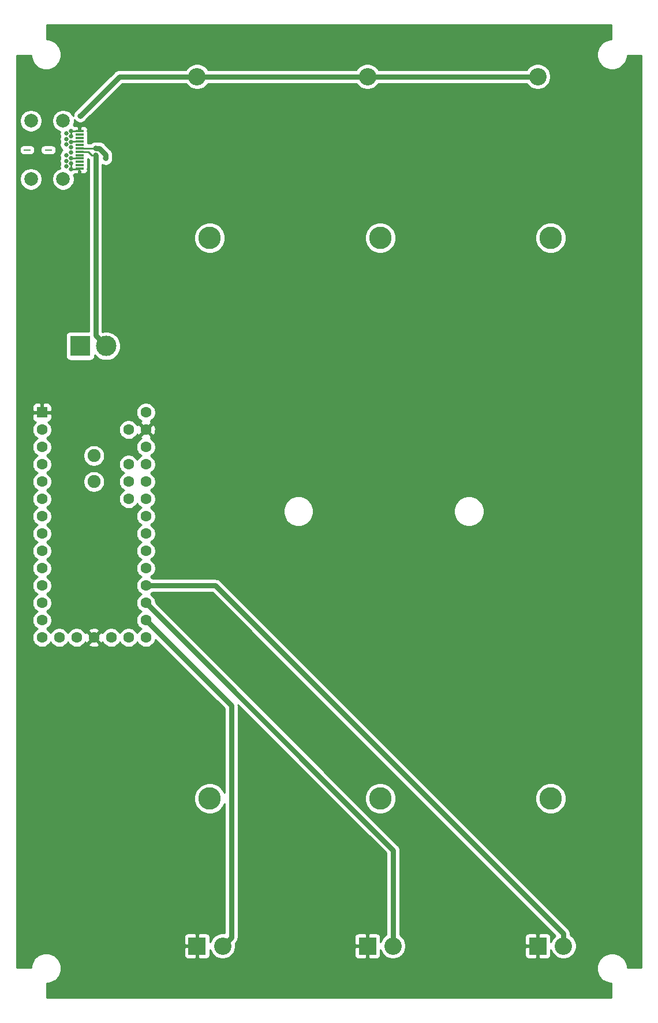
<source format=gbr>
G04 #@! TF.GenerationSoftware,KiCad,Pcbnew,(5.1.5)-3*
G04 #@! TF.CreationDate,2020-02-27T12:36:17+00:00*
G04 #@! TF.ProjectId,midi fader alps 100mm,6d696469-2066-4616-9465-7220616c7073,rev?*
G04 #@! TF.SameCoordinates,Original*
G04 #@! TF.FileFunction,Copper,L1,Top*
G04 #@! TF.FilePolarity,Positive*
%FSLAX46Y46*%
G04 Gerber Fmt 4.6, Leading zero omitted, Abs format (unit mm)*
G04 Created by KiCad (PCBNEW (5.1.5)-3) date 2020-02-27 12:36:17*
%MOMM*%
%LPD*%
G04 APERTURE LIST*
%ADD10C,1.900000*%
%ADD11R,1.600000X1.600000*%
%ADD12C,1.600000*%
%ADD13C,2.999740*%
%ADD14R,2.999740X2.999740*%
%ADD15C,0.650000*%
%ADD16R,1.200000X0.300000*%
%ADD17R,1.000000X0.200000*%
%ADD18C,2.012000*%
%ADD19C,3.300000*%
%ADD20C,2.550000*%
%ADD21R,2.550000X2.550000*%
%ADD22C,0.800000*%
%ADD23C,0.250000*%
%ADD24C,0.750000*%
%ADD25C,0.254000*%
G04 APERTURE END LIST*
D10*
X131000000Y-110840000D03*
X131000000Y-114650000D03*
D11*
X123380000Y-104490000D03*
D12*
X123380000Y-107030000D03*
X123380000Y-109570000D03*
X123380000Y-112110000D03*
X123380000Y-114650000D03*
X123380000Y-117190000D03*
X123380000Y-119730000D03*
X123380000Y-122270000D03*
X123380000Y-124810000D03*
X123380000Y-127350000D03*
X123380000Y-129890000D03*
X123380000Y-132430000D03*
X123380000Y-134970000D03*
X136080000Y-117190000D03*
X136080000Y-114650000D03*
X136080000Y-112110000D03*
X136080000Y-107030000D03*
X138620000Y-104490000D03*
X138620000Y-107030000D03*
X138620000Y-109570000D03*
X138620000Y-112110000D03*
X138620000Y-114650000D03*
X138620000Y-117190000D03*
X138620000Y-119730000D03*
X138620000Y-122270000D03*
X138620000Y-124810000D03*
X138620000Y-127350000D03*
X138620000Y-129890000D03*
X138620000Y-132430000D03*
X138620000Y-134970000D03*
X123380000Y-137510000D03*
X125920000Y-137510000D03*
X128460000Y-137510000D03*
X138620000Y-137510000D03*
X136080000Y-137510000D03*
X133540000Y-137510000D03*
X131000000Y-137510000D03*
D13*
X132810000Y-94750000D03*
D14*
X129000000Y-94750000D03*
D15*
X127645000Y-63200000D03*
X126945000Y-63600000D03*
X126945000Y-64400000D03*
X127645000Y-64800000D03*
X126945000Y-65200000D03*
X127645000Y-65600000D03*
X127645000Y-66400000D03*
X126945000Y-66800000D03*
X127645000Y-67200000D03*
X126945000Y-67600000D03*
X126945000Y-68400000D03*
X127645000Y-68800000D03*
D16*
X128895000Y-68750000D03*
X128895000Y-68250000D03*
X128895000Y-67750000D03*
X128895000Y-67250000D03*
X128895000Y-66750000D03*
X128895000Y-66250000D03*
X128895000Y-65750000D03*
X128895000Y-65250000D03*
X128895000Y-64750000D03*
X128895000Y-64250000D03*
X128895000Y-63750000D03*
X128895000Y-63250000D03*
D17*
X121215000Y-66000000D03*
X124315000Y-66000000D03*
D18*
X121765000Y-61730000D03*
X121765000Y-70270000D03*
X126495000Y-61730000D03*
X126495000Y-70270000D03*
D15*
X127645000Y-64000000D03*
X127645000Y-68000000D03*
D19*
X173000000Y-78900000D03*
X173000000Y-161100000D03*
D20*
X171125000Y-55250000D03*
X174875000Y-182750000D03*
D21*
X171125000Y-182750000D03*
D19*
X148000000Y-78900000D03*
X148000000Y-161100000D03*
D20*
X146125000Y-55250000D03*
X149875000Y-182750000D03*
D21*
X146125000Y-182750000D03*
D19*
X198000000Y-78900000D03*
X198000000Y-161100000D03*
D20*
X196125000Y-55250000D03*
X199875000Y-182750000D03*
D21*
X196125000Y-182750000D03*
D22*
X129000000Y-61000000D03*
X131250000Y-65750000D03*
X132750000Y-67250000D03*
X131250000Y-66750000D03*
D23*
X127645000Y-68800000D02*
X128845000Y-68800000D01*
X128845000Y-68800000D02*
X128895000Y-68750000D01*
X127645000Y-68000000D02*
X127645000Y-68800000D01*
X128845000Y-63200000D02*
X128895000Y-63250000D01*
X127645000Y-63200000D02*
X128845000Y-63200000D01*
X127645000Y-63200000D02*
X127645000Y-64000000D01*
X127645000Y-67200000D02*
X127695000Y-67250000D01*
X127695000Y-67250000D02*
X128895000Y-67250000D01*
X127695000Y-64750000D02*
X128895000Y-64750000D01*
X127645000Y-64800000D02*
X127695000Y-64750000D01*
D24*
X134750000Y-55250000D02*
X129000000Y-61000000D01*
X146125000Y-55250000D02*
X134750000Y-55250000D01*
X169321878Y-55250000D02*
X146125000Y-55250000D01*
X171125000Y-55250000D02*
X169321878Y-55250000D01*
X194321878Y-55250000D02*
X171125000Y-55250000D01*
X196125000Y-55250000D02*
X194321878Y-55250000D01*
X151149999Y-147499999D02*
X151149999Y-181475001D01*
X151149999Y-181475001D02*
X149875000Y-182750000D01*
X138620000Y-134970000D02*
X151149999Y-147499999D01*
X174875000Y-168685000D02*
X174875000Y-182750000D01*
X138620000Y-132430000D02*
X174875000Y-168685000D01*
X148818122Y-129890000D02*
X139751370Y-129890000D01*
X139751370Y-129890000D02*
X138620000Y-129890000D01*
X199875000Y-180946878D02*
X148818122Y-129890000D01*
X199875000Y-182750000D02*
X199875000Y-180946878D01*
D23*
X131250000Y-65750000D02*
X128895000Y-65750000D01*
D24*
X132750000Y-66684315D02*
X132750000Y-67250000D01*
X131250000Y-65750000D02*
X131815685Y-65750000D01*
X131815685Y-65750000D02*
X132750000Y-66684315D01*
D23*
X129745000Y-66250000D02*
X128895000Y-66250000D01*
X130684315Y-66750000D02*
X130184315Y-66250000D01*
X131250000Y-66750000D02*
X130684315Y-66750000D01*
X130184315Y-66250000D02*
X129745000Y-66250000D01*
D24*
X131250000Y-93190000D02*
X132810000Y-94750000D01*
X131250000Y-66750000D02*
X131250000Y-93190000D01*
D25*
G36*
X206873000Y-49765000D02*
G01*
X206779872Y-49765000D01*
X206348075Y-49850890D01*
X205941331Y-50019369D01*
X205575271Y-50263962D01*
X205263962Y-50575271D01*
X205019369Y-50941331D01*
X204850890Y-51348075D01*
X204765000Y-51779872D01*
X204765000Y-52220128D01*
X204850890Y-52651925D01*
X205019369Y-53058669D01*
X205263962Y-53424729D01*
X205575271Y-53736038D01*
X205941331Y-53980631D01*
X206348075Y-54149110D01*
X206779872Y-54235000D01*
X207220128Y-54235000D01*
X207651925Y-54149110D01*
X208058669Y-53980631D01*
X208424729Y-53736038D01*
X208736038Y-53424729D01*
X208980631Y-53058669D01*
X209149110Y-52651925D01*
X209235000Y-52220128D01*
X209235000Y-52127000D01*
X211340001Y-52127000D01*
X211340000Y-185873000D01*
X209235000Y-185873000D01*
X209235000Y-185779872D01*
X209149110Y-185348075D01*
X208980631Y-184941331D01*
X208736038Y-184575271D01*
X208424729Y-184263962D01*
X208058669Y-184019369D01*
X207651925Y-183850890D01*
X207220128Y-183765000D01*
X206779872Y-183765000D01*
X206348075Y-183850890D01*
X205941331Y-184019369D01*
X205575271Y-184263962D01*
X205263962Y-184575271D01*
X205019369Y-184941331D01*
X204850890Y-185348075D01*
X204765000Y-185779872D01*
X204765000Y-186220128D01*
X204850890Y-186651925D01*
X205019369Y-187058669D01*
X205263962Y-187424729D01*
X205575271Y-187736038D01*
X205941331Y-187980631D01*
X206348075Y-188149110D01*
X206779872Y-188235000D01*
X206873000Y-188235000D01*
X206873000Y-190340000D01*
X124127000Y-190340000D01*
X124127000Y-188235000D01*
X124220128Y-188235000D01*
X124651925Y-188149110D01*
X125058669Y-187980631D01*
X125424729Y-187736038D01*
X125736038Y-187424729D01*
X125980631Y-187058669D01*
X126149110Y-186651925D01*
X126235000Y-186220128D01*
X126235000Y-185779872D01*
X126149110Y-185348075D01*
X125980631Y-184941331D01*
X125736038Y-184575271D01*
X125424729Y-184263962D01*
X125067097Y-184025000D01*
X144211928Y-184025000D01*
X144224188Y-184149482D01*
X144260498Y-184269180D01*
X144319463Y-184379494D01*
X144398815Y-184476185D01*
X144495506Y-184555537D01*
X144605820Y-184614502D01*
X144725518Y-184650812D01*
X144850000Y-184663072D01*
X145839250Y-184660000D01*
X145998000Y-184501250D01*
X145998000Y-182877000D01*
X144373750Y-182877000D01*
X144215000Y-183035750D01*
X144211928Y-184025000D01*
X125067097Y-184025000D01*
X125058669Y-184019369D01*
X124651925Y-183850890D01*
X124220128Y-183765000D01*
X123779872Y-183765000D01*
X123348075Y-183850890D01*
X122941331Y-184019369D01*
X122575271Y-184263962D01*
X122263962Y-184575271D01*
X122019369Y-184941331D01*
X121850890Y-185348075D01*
X121765000Y-185779872D01*
X121765000Y-185873000D01*
X119660000Y-185873000D01*
X119660000Y-181475000D01*
X144211928Y-181475000D01*
X144215000Y-182464250D01*
X144373750Y-182623000D01*
X145998000Y-182623000D01*
X145998000Y-180998750D01*
X145839250Y-180840000D01*
X144850000Y-180836928D01*
X144725518Y-180849188D01*
X144605820Y-180885498D01*
X144495506Y-180944463D01*
X144398815Y-181023815D01*
X144319463Y-181120506D01*
X144260498Y-181230820D01*
X144224188Y-181350518D01*
X144211928Y-181475000D01*
X119660000Y-181475000D01*
X119660000Y-105290000D01*
X121941928Y-105290000D01*
X121954188Y-105414482D01*
X121990498Y-105534180D01*
X122049463Y-105644494D01*
X122128815Y-105741185D01*
X122225506Y-105820537D01*
X122335820Y-105879502D01*
X122455518Y-105915812D01*
X122463961Y-105916643D01*
X122265363Y-106115241D01*
X122108320Y-106350273D01*
X122000147Y-106611426D01*
X121945000Y-106888665D01*
X121945000Y-107171335D01*
X122000147Y-107448574D01*
X122108320Y-107709727D01*
X122265363Y-107944759D01*
X122465241Y-108144637D01*
X122697759Y-108300000D01*
X122465241Y-108455363D01*
X122265363Y-108655241D01*
X122108320Y-108890273D01*
X122000147Y-109151426D01*
X121945000Y-109428665D01*
X121945000Y-109711335D01*
X122000147Y-109988574D01*
X122108320Y-110249727D01*
X122265363Y-110484759D01*
X122465241Y-110684637D01*
X122697759Y-110840000D01*
X122465241Y-110995363D01*
X122265363Y-111195241D01*
X122108320Y-111430273D01*
X122000147Y-111691426D01*
X121945000Y-111968665D01*
X121945000Y-112251335D01*
X122000147Y-112528574D01*
X122108320Y-112789727D01*
X122265363Y-113024759D01*
X122465241Y-113224637D01*
X122697759Y-113380000D01*
X122465241Y-113535363D01*
X122265363Y-113735241D01*
X122108320Y-113970273D01*
X122000147Y-114231426D01*
X121945000Y-114508665D01*
X121945000Y-114791335D01*
X122000147Y-115068574D01*
X122108320Y-115329727D01*
X122265363Y-115564759D01*
X122465241Y-115764637D01*
X122697759Y-115920000D01*
X122465241Y-116075363D01*
X122265363Y-116275241D01*
X122108320Y-116510273D01*
X122000147Y-116771426D01*
X121945000Y-117048665D01*
X121945000Y-117331335D01*
X122000147Y-117608574D01*
X122108320Y-117869727D01*
X122265363Y-118104759D01*
X122465241Y-118304637D01*
X122697759Y-118460000D01*
X122465241Y-118615363D01*
X122265363Y-118815241D01*
X122108320Y-119050273D01*
X122000147Y-119311426D01*
X121945000Y-119588665D01*
X121945000Y-119871335D01*
X122000147Y-120148574D01*
X122108320Y-120409727D01*
X122265363Y-120644759D01*
X122465241Y-120844637D01*
X122697759Y-121000000D01*
X122465241Y-121155363D01*
X122265363Y-121355241D01*
X122108320Y-121590273D01*
X122000147Y-121851426D01*
X121945000Y-122128665D01*
X121945000Y-122411335D01*
X122000147Y-122688574D01*
X122108320Y-122949727D01*
X122265363Y-123184759D01*
X122465241Y-123384637D01*
X122697759Y-123540000D01*
X122465241Y-123695363D01*
X122265363Y-123895241D01*
X122108320Y-124130273D01*
X122000147Y-124391426D01*
X121945000Y-124668665D01*
X121945000Y-124951335D01*
X122000147Y-125228574D01*
X122108320Y-125489727D01*
X122265363Y-125724759D01*
X122465241Y-125924637D01*
X122697759Y-126080000D01*
X122465241Y-126235363D01*
X122265363Y-126435241D01*
X122108320Y-126670273D01*
X122000147Y-126931426D01*
X121945000Y-127208665D01*
X121945000Y-127491335D01*
X122000147Y-127768574D01*
X122108320Y-128029727D01*
X122265363Y-128264759D01*
X122465241Y-128464637D01*
X122697759Y-128620000D01*
X122465241Y-128775363D01*
X122265363Y-128975241D01*
X122108320Y-129210273D01*
X122000147Y-129471426D01*
X121945000Y-129748665D01*
X121945000Y-130031335D01*
X122000147Y-130308574D01*
X122108320Y-130569727D01*
X122265363Y-130804759D01*
X122465241Y-131004637D01*
X122697759Y-131160000D01*
X122465241Y-131315363D01*
X122265363Y-131515241D01*
X122108320Y-131750273D01*
X122000147Y-132011426D01*
X121945000Y-132288665D01*
X121945000Y-132571335D01*
X122000147Y-132848574D01*
X122108320Y-133109727D01*
X122265363Y-133344759D01*
X122465241Y-133544637D01*
X122697759Y-133700000D01*
X122465241Y-133855363D01*
X122265363Y-134055241D01*
X122108320Y-134290273D01*
X122000147Y-134551426D01*
X121945000Y-134828665D01*
X121945000Y-135111335D01*
X122000147Y-135388574D01*
X122108320Y-135649727D01*
X122265363Y-135884759D01*
X122465241Y-136084637D01*
X122697759Y-136240000D01*
X122465241Y-136395363D01*
X122265363Y-136595241D01*
X122108320Y-136830273D01*
X122000147Y-137091426D01*
X121945000Y-137368665D01*
X121945000Y-137651335D01*
X122000147Y-137928574D01*
X122108320Y-138189727D01*
X122265363Y-138424759D01*
X122465241Y-138624637D01*
X122700273Y-138781680D01*
X122961426Y-138889853D01*
X123238665Y-138945000D01*
X123521335Y-138945000D01*
X123798574Y-138889853D01*
X124059727Y-138781680D01*
X124294759Y-138624637D01*
X124494637Y-138424759D01*
X124650000Y-138192241D01*
X124805363Y-138424759D01*
X125005241Y-138624637D01*
X125240273Y-138781680D01*
X125501426Y-138889853D01*
X125778665Y-138945000D01*
X126061335Y-138945000D01*
X126338574Y-138889853D01*
X126599727Y-138781680D01*
X126834759Y-138624637D01*
X127034637Y-138424759D01*
X127190000Y-138192241D01*
X127345363Y-138424759D01*
X127545241Y-138624637D01*
X127780273Y-138781680D01*
X128041426Y-138889853D01*
X128318665Y-138945000D01*
X128601335Y-138945000D01*
X128878574Y-138889853D01*
X129139727Y-138781680D01*
X129374759Y-138624637D01*
X129496694Y-138502702D01*
X130186903Y-138502702D01*
X130258486Y-138746671D01*
X130513996Y-138867571D01*
X130788184Y-138936300D01*
X131070512Y-138950217D01*
X131350130Y-138908787D01*
X131616292Y-138813603D01*
X131741514Y-138746671D01*
X131813097Y-138502702D01*
X131000000Y-137689605D01*
X130186903Y-138502702D01*
X129496694Y-138502702D01*
X129574637Y-138424759D01*
X129730915Y-138190872D01*
X129763329Y-138251514D01*
X130007298Y-138323097D01*
X130820395Y-137510000D01*
X131179605Y-137510000D01*
X131992702Y-138323097D01*
X132236671Y-138251514D01*
X132267194Y-138187008D01*
X132268320Y-138189727D01*
X132425363Y-138424759D01*
X132625241Y-138624637D01*
X132860273Y-138781680D01*
X133121426Y-138889853D01*
X133398665Y-138945000D01*
X133681335Y-138945000D01*
X133958574Y-138889853D01*
X134219727Y-138781680D01*
X134454759Y-138624637D01*
X134654637Y-138424759D01*
X134810000Y-138192241D01*
X134965363Y-138424759D01*
X135165241Y-138624637D01*
X135400273Y-138781680D01*
X135661426Y-138889853D01*
X135938665Y-138945000D01*
X136221335Y-138945000D01*
X136498574Y-138889853D01*
X136759727Y-138781680D01*
X136994759Y-138624637D01*
X137194637Y-138424759D01*
X137350000Y-138192241D01*
X137505363Y-138424759D01*
X137705241Y-138624637D01*
X137940273Y-138781680D01*
X138201426Y-138889853D01*
X138478665Y-138945000D01*
X138761335Y-138945000D01*
X139038574Y-138889853D01*
X139299727Y-138781680D01*
X139534759Y-138624637D01*
X139734637Y-138424759D01*
X139891680Y-138189727D01*
X139999853Y-137928574D01*
X140024801Y-137803156D01*
X150139999Y-147918355D01*
X150139999Y-160295422D01*
X150024941Y-160017647D01*
X149774875Y-159643397D01*
X149456603Y-159325125D01*
X149082353Y-159075059D01*
X148666510Y-158902811D01*
X148225053Y-158815000D01*
X147774947Y-158815000D01*
X147333490Y-158902811D01*
X146917647Y-159075059D01*
X146543397Y-159325125D01*
X146225125Y-159643397D01*
X145975059Y-160017647D01*
X145802811Y-160433490D01*
X145715000Y-160874947D01*
X145715000Y-161325053D01*
X145802811Y-161766510D01*
X145975059Y-162182353D01*
X146225125Y-162556603D01*
X146543397Y-162874875D01*
X146917647Y-163124941D01*
X147333490Y-163297189D01*
X147774947Y-163385000D01*
X148225053Y-163385000D01*
X148666510Y-163297189D01*
X149082353Y-163124941D01*
X149456603Y-162874875D01*
X149774875Y-162556603D01*
X150024941Y-162182353D01*
X150139999Y-161904578D01*
X150140000Y-180855293D01*
X150063119Y-180840000D01*
X149686881Y-180840000D01*
X149317873Y-180913400D01*
X148970276Y-181057380D01*
X148657446Y-181266406D01*
X148391406Y-181532446D01*
X148182380Y-181845276D01*
X148038400Y-182192873D01*
X148035802Y-182205933D01*
X148038072Y-181475000D01*
X148025812Y-181350518D01*
X147989502Y-181230820D01*
X147930537Y-181120506D01*
X147851185Y-181023815D01*
X147754494Y-180944463D01*
X147644180Y-180885498D01*
X147524482Y-180849188D01*
X147400000Y-180836928D01*
X146410750Y-180840000D01*
X146252000Y-180998750D01*
X146252000Y-182623000D01*
X146272000Y-182623000D01*
X146272000Y-182877000D01*
X146252000Y-182877000D01*
X146252000Y-184501250D01*
X146410750Y-184660000D01*
X147400000Y-184663072D01*
X147524482Y-184650812D01*
X147644180Y-184614502D01*
X147754494Y-184555537D01*
X147851185Y-184476185D01*
X147930537Y-184379494D01*
X147989502Y-184269180D01*
X148025812Y-184149482D01*
X148038072Y-184025000D01*
X148035802Y-183294067D01*
X148038400Y-183307127D01*
X148182380Y-183654724D01*
X148391406Y-183967554D01*
X148657446Y-184233594D01*
X148970276Y-184442620D01*
X149317873Y-184586600D01*
X149686881Y-184660000D01*
X150063119Y-184660000D01*
X150432127Y-184586600D01*
X150779724Y-184442620D01*
X151092554Y-184233594D01*
X151301148Y-184025000D01*
X169211928Y-184025000D01*
X169224188Y-184149482D01*
X169260498Y-184269180D01*
X169319463Y-184379494D01*
X169398815Y-184476185D01*
X169495506Y-184555537D01*
X169605820Y-184614502D01*
X169725518Y-184650812D01*
X169850000Y-184663072D01*
X170839250Y-184660000D01*
X170998000Y-184501250D01*
X170998000Y-182877000D01*
X169373750Y-182877000D01*
X169215000Y-183035750D01*
X169211928Y-184025000D01*
X151301148Y-184025000D01*
X151358594Y-183967554D01*
X151567620Y-183654724D01*
X151711600Y-183307127D01*
X151785000Y-182938119D01*
X151785000Y-182561881D01*
X151736301Y-182317055D01*
X151829098Y-182224258D01*
X151867632Y-182192634D01*
X151993846Y-182038841D01*
X152087631Y-181863381D01*
X152145384Y-181672995D01*
X152159999Y-181524609D01*
X152164885Y-181475001D01*
X152164885Y-181475000D01*
X169211928Y-181475000D01*
X169215000Y-182464250D01*
X169373750Y-182623000D01*
X170998000Y-182623000D01*
X170998000Y-180998750D01*
X170839250Y-180840000D01*
X169850000Y-180836928D01*
X169725518Y-180849188D01*
X169605820Y-180885498D01*
X169495506Y-180944463D01*
X169398815Y-181023815D01*
X169319463Y-181120506D01*
X169260498Y-181230820D01*
X169224188Y-181350518D01*
X169211928Y-181475000D01*
X152164885Y-181475000D01*
X152159999Y-181425393D01*
X152159999Y-147549607D01*
X152164885Y-147499999D01*
X152154314Y-147392669D01*
X173865000Y-169103356D01*
X173865001Y-181127722D01*
X173657446Y-181266406D01*
X173391406Y-181532446D01*
X173182380Y-181845276D01*
X173038400Y-182192873D01*
X173035802Y-182205933D01*
X173038072Y-181475000D01*
X173025812Y-181350518D01*
X172989502Y-181230820D01*
X172930537Y-181120506D01*
X172851185Y-181023815D01*
X172754494Y-180944463D01*
X172644180Y-180885498D01*
X172524482Y-180849188D01*
X172400000Y-180836928D01*
X171410750Y-180840000D01*
X171252000Y-180998750D01*
X171252000Y-182623000D01*
X171272000Y-182623000D01*
X171272000Y-182877000D01*
X171252000Y-182877000D01*
X171252000Y-184501250D01*
X171410750Y-184660000D01*
X172400000Y-184663072D01*
X172524482Y-184650812D01*
X172644180Y-184614502D01*
X172754494Y-184555537D01*
X172851185Y-184476185D01*
X172930537Y-184379494D01*
X172989502Y-184269180D01*
X173025812Y-184149482D01*
X173038072Y-184025000D01*
X173035802Y-183294067D01*
X173038400Y-183307127D01*
X173182380Y-183654724D01*
X173391406Y-183967554D01*
X173657446Y-184233594D01*
X173970276Y-184442620D01*
X174317873Y-184586600D01*
X174686881Y-184660000D01*
X175063119Y-184660000D01*
X175432127Y-184586600D01*
X175779724Y-184442620D01*
X176092554Y-184233594D01*
X176301148Y-184025000D01*
X194211928Y-184025000D01*
X194224188Y-184149482D01*
X194260498Y-184269180D01*
X194319463Y-184379494D01*
X194398815Y-184476185D01*
X194495506Y-184555537D01*
X194605820Y-184614502D01*
X194725518Y-184650812D01*
X194850000Y-184663072D01*
X195839250Y-184660000D01*
X195998000Y-184501250D01*
X195998000Y-182877000D01*
X194373750Y-182877000D01*
X194215000Y-183035750D01*
X194211928Y-184025000D01*
X176301148Y-184025000D01*
X176358594Y-183967554D01*
X176567620Y-183654724D01*
X176711600Y-183307127D01*
X176785000Y-182938119D01*
X176785000Y-182561881D01*
X176711600Y-182192873D01*
X176567620Y-181845276D01*
X176358594Y-181532446D01*
X176301148Y-181475000D01*
X194211928Y-181475000D01*
X194215000Y-182464250D01*
X194373750Y-182623000D01*
X195998000Y-182623000D01*
X195998000Y-180998750D01*
X195839250Y-180840000D01*
X194850000Y-180836928D01*
X194725518Y-180849188D01*
X194605820Y-180885498D01*
X194495506Y-180944463D01*
X194398815Y-181023815D01*
X194319463Y-181120506D01*
X194260498Y-181230820D01*
X194224188Y-181350518D01*
X194211928Y-181475000D01*
X176301148Y-181475000D01*
X176092554Y-181266406D01*
X175885000Y-181127723D01*
X175885000Y-168734608D01*
X175889886Y-168685000D01*
X175870385Y-168487005D01*
X175812632Y-168296620D01*
X175718846Y-168121159D01*
X175624256Y-168005900D01*
X175592633Y-167967367D01*
X175554100Y-167935744D01*
X168493303Y-160874947D01*
X170715000Y-160874947D01*
X170715000Y-161325053D01*
X170802811Y-161766510D01*
X170975059Y-162182353D01*
X171225125Y-162556603D01*
X171543397Y-162874875D01*
X171917647Y-163124941D01*
X172333490Y-163297189D01*
X172774947Y-163385000D01*
X173225053Y-163385000D01*
X173666510Y-163297189D01*
X174082353Y-163124941D01*
X174456603Y-162874875D01*
X174774875Y-162556603D01*
X175024941Y-162182353D01*
X175197189Y-161766510D01*
X175285000Y-161325053D01*
X175285000Y-160874947D01*
X175197189Y-160433490D01*
X175024941Y-160017647D01*
X174774875Y-159643397D01*
X174456603Y-159325125D01*
X174082353Y-159075059D01*
X173666510Y-158902811D01*
X173225053Y-158815000D01*
X172774947Y-158815000D01*
X172333490Y-158902811D01*
X171917647Y-159075059D01*
X171543397Y-159325125D01*
X171225125Y-159643397D01*
X170975059Y-160017647D01*
X170802811Y-160433490D01*
X170715000Y-160874947D01*
X168493303Y-160874947D01*
X140055000Y-132436645D01*
X140055000Y-132288665D01*
X139999853Y-132011426D01*
X139891680Y-131750273D01*
X139734637Y-131515241D01*
X139534759Y-131315363D01*
X139302241Y-131160000D01*
X139534759Y-131004637D01*
X139639396Y-130900000D01*
X148399767Y-130900000D01*
X198722623Y-181222856D01*
X198657446Y-181266406D01*
X198391406Y-181532446D01*
X198182380Y-181845276D01*
X198038400Y-182192873D01*
X198035802Y-182205933D01*
X198038072Y-181475000D01*
X198025812Y-181350518D01*
X197989502Y-181230820D01*
X197930537Y-181120506D01*
X197851185Y-181023815D01*
X197754494Y-180944463D01*
X197644180Y-180885498D01*
X197524482Y-180849188D01*
X197400000Y-180836928D01*
X196410750Y-180840000D01*
X196252000Y-180998750D01*
X196252000Y-182623000D01*
X196272000Y-182623000D01*
X196272000Y-182877000D01*
X196252000Y-182877000D01*
X196252000Y-184501250D01*
X196410750Y-184660000D01*
X197400000Y-184663072D01*
X197524482Y-184650812D01*
X197644180Y-184614502D01*
X197754494Y-184555537D01*
X197851185Y-184476185D01*
X197930537Y-184379494D01*
X197989502Y-184269180D01*
X198025812Y-184149482D01*
X198038072Y-184025000D01*
X198035802Y-183294067D01*
X198038400Y-183307127D01*
X198182380Y-183654724D01*
X198391406Y-183967554D01*
X198657446Y-184233594D01*
X198970276Y-184442620D01*
X199317873Y-184586600D01*
X199686881Y-184660000D01*
X200063119Y-184660000D01*
X200432127Y-184586600D01*
X200779724Y-184442620D01*
X201092554Y-184233594D01*
X201358594Y-183967554D01*
X201567620Y-183654724D01*
X201711600Y-183307127D01*
X201785000Y-182938119D01*
X201785000Y-182561881D01*
X201711600Y-182192873D01*
X201567620Y-181845276D01*
X201358594Y-181532446D01*
X201092554Y-181266406D01*
X200885000Y-181127723D01*
X200885000Y-180996482D01*
X200889886Y-180946877D01*
X200885000Y-180897270D01*
X200870385Y-180748884D01*
X200812632Y-180558498D01*
X200718847Y-180383038D01*
X200592633Y-180229245D01*
X200554094Y-180197617D01*
X181231424Y-160874947D01*
X195715000Y-160874947D01*
X195715000Y-161325053D01*
X195802811Y-161766510D01*
X195975059Y-162182353D01*
X196225125Y-162556603D01*
X196543397Y-162874875D01*
X196917647Y-163124941D01*
X197333490Y-163297189D01*
X197774947Y-163385000D01*
X198225053Y-163385000D01*
X198666510Y-163297189D01*
X199082353Y-163124941D01*
X199456603Y-162874875D01*
X199774875Y-162556603D01*
X200024941Y-162182353D01*
X200197189Y-161766510D01*
X200285000Y-161325053D01*
X200285000Y-160874947D01*
X200197189Y-160433490D01*
X200024941Y-160017647D01*
X199774875Y-159643397D01*
X199456603Y-159325125D01*
X199082353Y-159075059D01*
X198666510Y-158902811D01*
X198225053Y-158815000D01*
X197774947Y-158815000D01*
X197333490Y-158902811D01*
X196917647Y-159075059D01*
X196543397Y-159325125D01*
X196225125Y-159643397D01*
X195975059Y-160017647D01*
X195802811Y-160433490D01*
X195715000Y-160874947D01*
X181231424Y-160874947D01*
X149567383Y-129210906D01*
X149535755Y-129172367D01*
X149381962Y-129046153D01*
X149206502Y-128952368D01*
X149016116Y-128894615D01*
X148867730Y-128880000D01*
X148818122Y-128875114D01*
X148768514Y-128880000D01*
X139639396Y-128880000D01*
X139534759Y-128775363D01*
X139302241Y-128620000D01*
X139534759Y-128464637D01*
X139734637Y-128264759D01*
X139891680Y-128029727D01*
X139999853Y-127768574D01*
X140055000Y-127491335D01*
X140055000Y-127208665D01*
X139999853Y-126931426D01*
X139891680Y-126670273D01*
X139734637Y-126435241D01*
X139534759Y-126235363D01*
X139302241Y-126080000D01*
X139534759Y-125924637D01*
X139734637Y-125724759D01*
X139891680Y-125489727D01*
X139999853Y-125228574D01*
X140055000Y-124951335D01*
X140055000Y-124668665D01*
X139999853Y-124391426D01*
X139891680Y-124130273D01*
X139734637Y-123895241D01*
X139534759Y-123695363D01*
X139302241Y-123540000D01*
X139534759Y-123384637D01*
X139734637Y-123184759D01*
X139891680Y-122949727D01*
X139999853Y-122688574D01*
X140055000Y-122411335D01*
X140055000Y-122128665D01*
X139999853Y-121851426D01*
X139891680Y-121590273D01*
X139734637Y-121355241D01*
X139534759Y-121155363D01*
X139302241Y-121000000D01*
X139534759Y-120844637D01*
X139734637Y-120644759D01*
X139891680Y-120409727D01*
X139999853Y-120148574D01*
X140055000Y-119871335D01*
X140055000Y-119588665D01*
X139999853Y-119311426D01*
X139891680Y-119050273D01*
X139734637Y-118815241D01*
X139699268Y-118779872D01*
X158765000Y-118779872D01*
X158765000Y-119220128D01*
X158850890Y-119651925D01*
X159019369Y-120058669D01*
X159263962Y-120424729D01*
X159575271Y-120736038D01*
X159941331Y-120980631D01*
X160348075Y-121149110D01*
X160779872Y-121235000D01*
X161220128Y-121235000D01*
X161651925Y-121149110D01*
X162058669Y-120980631D01*
X162424729Y-120736038D01*
X162736038Y-120424729D01*
X162980631Y-120058669D01*
X163149110Y-119651925D01*
X163235000Y-119220128D01*
X163235000Y-118779872D01*
X183765000Y-118779872D01*
X183765000Y-119220128D01*
X183850890Y-119651925D01*
X184019369Y-120058669D01*
X184263962Y-120424729D01*
X184575271Y-120736038D01*
X184941331Y-120980631D01*
X185348075Y-121149110D01*
X185779872Y-121235000D01*
X186220128Y-121235000D01*
X186651925Y-121149110D01*
X187058669Y-120980631D01*
X187424729Y-120736038D01*
X187736038Y-120424729D01*
X187980631Y-120058669D01*
X188149110Y-119651925D01*
X188235000Y-119220128D01*
X188235000Y-118779872D01*
X188149110Y-118348075D01*
X187980631Y-117941331D01*
X187736038Y-117575271D01*
X187424729Y-117263962D01*
X187058669Y-117019369D01*
X186651925Y-116850890D01*
X186220128Y-116765000D01*
X185779872Y-116765000D01*
X185348075Y-116850890D01*
X184941331Y-117019369D01*
X184575271Y-117263962D01*
X184263962Y-117575271D01*
X184019369Y-117941331D01*
X183850890Y-118348075D01*
X183765000Y-118779872D01*
X163235000Y-118779872D01*
X163149110Y-118348075D01*
X162980631Y-117941331D01*
X162736038Y-117575271D01*
X162424729Y-117263962D01*
X162058669Y-117019369D01*
X161651925Y-116850890D01*
X161220128Y-116765000D01*
X160779872Y-116765000D01*
X160348075Y-116850890D01*
X159941331Y-117019369D01*
X159575271Y-117263962D01*
X159263962Y-117575271D01*
X159019369Y-117941331D01*
X158850890Y-118348075D01*
X158765000Y-118779872D01*
X139699268Y-118779872D01*
X139534759Y-118615363D01*
X139302241Y-118460000D01*
X139534759Y-118304637D01*
X139734637Y-118104759D01*
X139891680Y-117869727D01*
X139999853Y-117608574D01*
X140055000Y-117331335D01*
X140055000Y-117048665D01*
X139999853Y-116771426D01*
X139891680Y-116510273D01*
X139734637Y-116275241D01*
X139534759Y-116075363D01*
X139302241Y-115920000D01*
X139534759Y-115764637D01*
X139734637Y-115564759D01*
X139891680Y-115329727D01*
X139999853Y-115068574D01*
X140055000Y-114791335D01*
X140055000Y-114508665D01*
X139999853Y-114231426D01*
X139891680Y-113970273D01*
X139734637Y-113735241D01*
X139534759Y-113535363D01*
X139302241Y-113380000D01*
X139534759Y-113224637D01*
X139734637Y-113024759D01*
X139891680Y-112789727D01*
X139999853Y-112528574D01*
X140055000Y-112251335D01*
X140055000Y-111968665D01*
X139999853Y-111691426D01*
X139891680Y-111430273D01*
X139734637Y-111195241D01*
X139534759Y-110995363D01*
X139302241Y-110840000D01*
X139534759Y-110684637D01*
X139734637Y-110484759D01*
X139891680Y-110249727D01*
X139999853Y-109988574D01*
X140055000Y-109711335D01*
X140055000Y-109428665D01*
X139999853Y-109151426D01*
X139891680Y-108890273D01*
X139734637Y-108655241D01*
X139534759Y-108455363D01*
X139300872Y-108299085D01*
X139361514Y-108266671D01*
X139433097Y-108022702D01*
X138620000Y-107209605D01*
X137806903Y-108022702D01*
X137878486Y-108266671D01*
X137942992Y-108297194D01*
X137940273Y-108298320D01*
X137705241Y-108455363D01*
X137505363Y-108655241D01*
X137348320Y-108890273D01*
X137240147Y-109151426D01*
X137185000Y-109428665D01*
X137185000Y-109711335D01*
X137240147Y-109988574D01*
X137348320Y-110249727D01*
X137505363Y-110484759D01*
X137705241Y-110684637D01*
X137937759Y-110840000D01*
X137705241Y-110995363D01*
X137505363Y-111195241D01*
X137350000Y-111427759D01*
X137194637Y-111195241D01*
X136994759Y-110995363D01*
X136759727Y-110838320D01*
X136498574Y-110730147D01*
X136221335Y-110675000D01*
X135938665Y-110675000D01*
X135661426Y-110730147D01*
X135400273Y-110838320D01*
X135165241Y-110995363D01*
X134965363Y-111195241D01*
X134808320Y-111430273D01*
X134700147Y-111691426D01*
X134645000Y-111968665D01*
X134645000Y-112251335D01*
X134700147Y-112528574D01*
X134808320Y-112789727D01*
X134965363Y-113024759D01*
X135165241Y-113224637D01*
X135397759Y-113380000D01*
X135165241Y-113535363D01*
X134965363Y-113735241D01*
X134808320Y-113970273D01*
X134700147Y-114231426D01*
X134645000Y-114508665D01*
X134645000Y-114791335D01*
X134700147Y-115068574D01*
X134808320Y-115329727D01*
X134965363Y-115564759D01*
X135165241Y-115764637D01*
X135397759Y-115920000D01*
X135165241Y-116075363D01*
X134965363Y-116275241D01*
X134808320Y-116510273D01*
X134700147Y-116771426D01*
X134645000Y-117048665D01*
X134645000Y-117331335D01*
X134700147Y-117608574D01*
X134808320Y-117869727D01*
X134965363Y-118104759D01*
X135165241Y-118304637D01*
X135400273Y-118461680D01*
X135661426Y-118569853D01*
X135938665Y-118625000D01*
X136221335Y-118625000D01*
X136498574Y-118569853D01*
X136759727Y-118461680D01*
X136994759Y-118304637D01*
X137194637Y-118104759D01*
X137350000Y-117872241D01*
X137505363Y-118104759D01*
X137705241Y-118304637D01*
X137937759Y-118460000D01*
X137705241Y-118615363D01*
X137505363Y-118815241D01*
X137348320Y-119050273D01*
X137240147Y-119311426D01*
X137185000Y-119588665D01*
X137185000Y-119871335D01*
X137240147Y-120148574D01*
X137348320Y-120409727D01*
X137505363Y-120644759D01*
X137705241Y-120844637D01*
X137937759Y-121000000D01*
X137705241Y-121155363D01*
X137505363Y-121355241D01*
X137348320Y-121590273D01*
X137240147Y-121851426D01*
X137185000Y-122128665D01*
X137185000Y-122411335D01*
X137240147Y-122688574D01*
X137348320Y-122949727D01*
X137505363Y-123184759D01*
X137705241Y-123384637D01*
X137937759Y-123540000D01*
X137705241Y-123695363D01*
X137505363Y-123895241D01*
X137348320Y-124130273D01*
X137240147Y-124391426D01*
X137185000Y-124668665D01*
X137185000Y-124951335D01*
X137240147Y-125228574D01*
X137348320Y-125489727D01*
X137505363Y-125724759D01*
X137705241Y-125924637D01*
X137937759Y-126080000D01*
X137705241Y-126235363D01*
X137505363Y-126435241D01*
X137348320Y-126670273D01*
X137240147Y-126931426D01*
X137185000Y-127208665D01*
X137185000Y-127491335D01*
X137240147Y-127768574D01*
X137348320Y-128029727D01*
X137505363Y-128264759D01*
X137705241Y-128464637D01*
X137937759Y-128620000D01*
X137705241Y-128775363D01*
X137505363Y-128975241D01*
X137348320Y-129210273D01*
X137240147Y-129471426D01*
X137185000Y-129748665D01*
X137185000Y-130031335D01*
X137240147Y-130308574D01*
X137348320Y-130569727D01*
X137505363Y-130804759D01*
X137705241Y-131004637D01*
X137937759Y-131160000D01*
X137705241Y-131315363D01*
X137505363Y-131515241D01*
X137348320Y-131750273D01*
X137240147Y-132011426D01*
X137185000Y-132288665D01*
X137185000Y-132571335D01*
X137240147Y-132848574D01*
X137348320Y-133109727D01*
X137505363Y-133344759D01*
X137705241Y-133544637D01*
X137937759Y-133700000D01*
X137705241Y-133855363D01*
X137505363Y-134055241D01*
X137348320Y-134290273D01*
X137240147Y-134551426D01*
X137185000Y-134828665D01*
X137185000Y-135111335D01*
X137240147Y-135388574D01*
X137348320Y-135649727D01*
X137505363Y-135884759D01*
X137705241Y-136084637D01*
X137937759Y-136240000D01*
X137705241Y-136395363D01*
X137505363Y-136595241D01*
X137350000Y-136827759D01*
X137194637Y-136595241D01*
X136994759Y-136395363D01*
X136759727Y-136238320D01*
X136498574Y-136130147D01*
X136221335Y-136075000D01*
X135938665Y-136075000D01*
X135661426Y-136130147D01*
X135400273Y-136238320D01*
X135165241Y-136395363D01*
X134965363Y-136595241D01*
X134810000Y-136827759D01*
X134654637Y-136595241D01*
X134454759Y-136395363D01*
X134219727Y-136238320D01*
X133958574Y-136130147D01*
X133681335Y-136075000D01*
X133398665Y-136075000D01*
X133121426Y-136130147D01*
X132860273Y-136238320D01*
X132625241Y-136395363D01*
X132425363Y-136595241D01*
X132269085Y-136829128D01*
X132236671Y-136768486D01*
X131992702Y-136696903D01*
X131179605Y-137510000D01*
X130820395Y-137510000D01*
X130007298Y-136696903D01*
X129763329Y-136768486D01*
X129732806Y-136832992D01*
X129731680Y-136830273D01*
X129574637Y-136595241D01*
X129496694Y-136517298D01*
X130186903Y-136517298D01*
X131000000Y-137330395D01*
X131813097Y-136517298D01*
X131741514Y-136273329D01*
X131486004Y-136152429D01*
X131211816Y-136083700D01*
X130929488Y-136069783D01*
X130649870Y-136111213D01*
X130383708Y-136206397D01*
X130258486Y-136273329D01*
X130186903Y-136517298D01*
X129496694Y-136517298D01*
X129374759Y-136395363D01*
X129139727Y-136238320D01*
X128878574Y-136130147D01*
X128601335Y-136075000D01*
X128318665Y-136075000D01*
X128041426Y-136130147D01*
X127780273Y-136238320D01*
X127545241Y-136395363D01*
X127345363Y-136595241D01*
X127190000Y-136827759D01*
X127034637Y-136595241D01*
X126834759Y-136395363D01*
X126599727Y-136238320D01*
X126338574Y-136130147D01*
X126061335Y-136075000D01*
X125778665Y-136075000D01*
X125501426Y-136130147D01*
X125240273Y-136238320D01*
X125005241Y-136395363D01*
X124805363Y-136595241D01*
X124650000Y-136827759D01*
X124494637Y-136595241D01*
X124294759Y-136395363D01*
X124062241Y-136240000D01*
X124294759Y-136084637D01*
X124494637Y-135884759D01*
X124651680Y-135649727D01*
X124759853Y-135388574D01*
X124815000Y-135111335D01*
X124815000Y-134828665D01*
X124759853Y-134551426D01*
X124651680Y-134290273D01*
X124494637Y-134055241D01*
X124294759Y-133855363D01*
X124062241Y-133700000D01*
X124294759Y-133544637D01*
X124494637Y-133344759D01*
X124651680Y-133109727D01*
X124759853Y-132848574D01*
X124815000Y-132571335D01*
X124815000Y-132288665D01*
X124759853Y-132011426D01*
X124651680Y-131750273D01*
X124494637Y-131515241D01*
X124294759Y-131315363D01*
X124062241Y-131160000D01*
X124294759Y-131004637D01*
X124494637Y-130804759D01*
X124651680Y-130569727D01*
X124759853Y-130308574D01*
X124815000Y-130031335D01*
X124815000Y-129748665D01*
X124759853Y-129471426D01*
X124651680Y-129210273D01*
X124494637Y-128975241D01*
X124294759Y-128775363D01*
X124062241Y-128620000D01*
X124294759Y-128464637D01*
X124494637Y-128264759D01*
X124651680Y-128029727D01*
X124759853Y-127768574D01*
X124815000Y-127491335D01*
X124815000Y-127208665D01*
X124759853Y-126931426D01*
X124651680Y-126670273D01*
X124494637Y-126435241D01*
X124294759Y-126235363D01*
X124062241Y-126080000D01*
X124294759Y-125924637D01*
X124494637Y-125724759D01*
X124651680Y-125489727D01*
X124759853Y-125228574D01*
X124815000Y-124951335D01*
X124815000Y-124668665D01*
X124759853Y-124391426D01*
X124651680Y-124130273D01*
X124494637Y-123895241D01*
X124294759Y-123695363D01*
X124062241Y-123540000D01*
X124294759Y-123384637D01*
X124494637Y-123184759D01*
X124651680Y-122949727D01*
X124759853Y-122688574D01*
X124815000Y-122411335D01*
X124815000Y-122128665D01*
X124759853Y-121851426D01*
X124651680Y-121590273D01*
X124494637Y-121355241D01*
X124294759Y-121155363D01*
X124062241Y-121000000D01*
X124294759Y-120844637D01*
X124494637Y-120644759D01*
X124651680Y-120409727D01*
X124759853Y-120148574D01*
X124815000Y-119871335D01*
X124815000Y-119588665D01*
X124759853Y-119311426D01*
X124651680Y-119050273D01*
X124494637Y-118815241D01*
X124294759Y-118615363D01*
X124062241Y-118460000D01*
X124294759Y-118304637D01*
X124494637Y-118104759D01*
X124651680Y-117869727D01*
X124759853Y-117608574D01*
X124815000Y-117331335D01*
X124815000Y-117048665D01*
X124759853Y-116771426D01*
X124651680Y-116510273D01*
X124494637Y-116275241D01*
X124294759Y-116075363D01*
X124062241Y-115920000D01*
X124294759Y-115764637D01*
X124494637Y-115564759D01*
X124651680Y-115329727D01*
X124759853Y-115068574D01*
X124815000Y-114791335D01*
X124815000Y-114508665D01*
X124812062Y-114493891D01*
X129415000Y-114493891D01*
X129415000Y-114806109D01*
X129475911Y-115112327D01*
X129595391Y-115400779D01*
X129768850Y-115660379D01*
X129989621Y-115881150D01*
X130249221Y-116054609D01*
X130537673Y-116174089D01*
X130843891Y-116235000D01*
X131156109Y-116235000D01*
X131462327Y-116174089D01*
X131750779Y-116054609D01*
X132010379Y-115881150D01*
X132231150Y-115660379D01*
X132404609Y-115400779D01*
X132524089Y-115112327D01*
X132585000Y-114806109D01*
X132585000Y-114493891D01*
X132524089Y-114187673D01*
X132404609Y-113899221D01*
X132231150Y-113639621D01*
X132010379Y-113418850D01*
X131750779Y-113245391D01*
X131462327Y-113125911D01*
X131156109Y-113065000D01*
X130843891Y-113065000D01*
X130537673Y-113125911D01*
X130249221Y-113245391D01*
X129989621Y-113418850D01*
X129768850Y-113639621D01*
X129595391Y-113899221D01*
X129475911Y-114187673D01*
X129415000Y-114493891D01*
X124812062Y-114493891D01*
X124759853Y-114231426D01*
X124651680Y-113970273D01*
X124494637Y-113735241D01*
X124294759Y-113535363D01*
X124062241Y-113380000D01*
X124294759Y-113224637D01*
X124494637Y-113024759D01*
X124651680Y-112789727D01*
X124759853Y-112528574D01*
X124815000Y-112251335D01*
X124815000Y-111968665D01*
X124759853Y-111691426D01*
X124651680Y-111430273D01*
X124494637Y-111195241D01*
X124294759Y-110995363D01*
X124062241Y-110840000D01*
X124294759Y-110684637D01*
X124295505Y-110683891D01*
X129415000Y-110683891D01*
X129415000Y-110996109D01*
X129475911Y-111302327D01*
X129595391Y-111590779D01*
X129768850Y-111850379D01*
X129989621Y-112071150D01*
X130249221Y-112244609D01*
X130537673Y-112364089D01*
X130843891Y-112425000D01*
X131156109Y-112425000D01*
X131462327Y-112364089D01*
X131750779Y-112244609D01*
X132010379Y-112071150D01*
X132231150Y-111850379D01*
X132404609Y-111590779D01*
X132524089Y-111302327D01*
X132585000Y-110996109D01*
X132585000Y-110683891D01*
X132524089Y-110377673D01*
X132404609Y-110089221D01*
X132231150Y-109829621D01*
X132010379Y-109608850D01*
X131750779Y-109435391D01*
X131462327Y-109315911D01*
X131156109Y-109255000D01*
X130843891Y-109255000D01*
X130537673Y-109315911D01*
X130249221Y-109435391D01*
X129989621Y-109608850D01*
X129768850Y-109829621D01*
X129595391Y-110089221D01*
X129475911Y-110377673D01*
X129415000Y-110683891D01*
X124295505Y-110683891D01*
X124494637Y-110484759D01*
X124651680Y-110249727D01*
X124759853Y-109988574D01*
X124815000Y-109711335D01*
X124815000Y-109428665D01*
X124759853Y-109151426D01*
X124651680Y-108890273D01*
X124494637Y-108655241D01*
X124294759Y-108455363D01*
X124062241Y-108300000D01*
X124294759Y-108144637D01*
X124494637Y-107944759D01*
X124651680Y-107709727D01*
X124759853Y-107448574D01*
X124815000Y-107171335D01*
X124815000Y-106888665D01*
X134645000Y-106888665D01*
X134645000Y-107171335D01*
X134700147Y-107448574D01*
X134808320Y-107709727D01*
X134965363Y-107944759D01*
X135165241Y-108144637D01*
X135400273Y-108301680D01*
X135661426Y-108409853D01*
X135938665Y-108465000D01*
X136221335Y-108465000D01*
X136498574Y-108409853D01*
X136759727Y-108301680D01*
X136994759Y-108144637D01*
X137194637Y-107944759D01*
X137350915Y-107710872D01*
X137383329Y-107771514D01*
X137627298Y-107843097D01*
X138440395Y-107030000D01*
X138799605Y-107030000D01*
X139612702Y-107843097D01*
X139856671Y-107771514D01*
X139977571Y-107516004D01*
X140046300Y-107241816D01*
X140060217Y-106959488D01*
X140018787Y-106679870D01*
X139923603Y-106413708D01*
X139856671Y-106288486D01*
X139612702Y-106216903D01*
X138799605Y-107030000D01*
X138440395Y-107030000D01*
X137627298Y-106216903D01*
X137383329Y-106288486D01*
X137352806Y-106352992D01*
X137351680Y-106350273D01*
X137194637Y-106115241D01*
X136994759Y-105915363D01*
X136759727Y-105758320D01*
X136498574Y-105650147D01*
X136221335Y-105595000D01*
X135938665Y-105595000D01*
X135661426Y-105650147D01*
X135400273Y-105758320D01*
X135165241Y-105915363D01*
X134965363Y-106115241D01*
X134808320Y-106350273D01*
X134700147Y-106611426D01*
X134645000Y-106888665D01*
X124815000Y-106888665D01*
X124759853Y-106611426D01*
X124651680Y-106350273D01*
X124494637Y-106115241D01*
X124296039Y-105916643D01*
X124304482Y-105915812D01*
X124424180Y-105879502D01*
X124534494Y-105820537D01*
X124631185Y-105741185D01*
X124710537Y-105644494D01*
X124769502Y-105534180D01*
X124805812Y-105414482D01*
X124818072Y-105290000D01*
X124815000Y-104775750D01*
X124656250Y-104617000D01*
X123507000Y-104617000D01*
X123507000Y-104637000D01*
X123253000Y-104637000D01*
X123253000Y-104617000D01*
X122103750Y-104617000D01*
X121945000Y-104775750D01*
X121941928Y-105290000D01*
X119660000Y-105290000D01*
X119660000Y-103690000D01*
X121941928Y-103690000D01*
X121945000Y-104204250D01*
X122103750Y-104363000D01*
X123253000Y-104363000D01*
X123253000Y-103213750D01*
X123507000Y-103213750D01*
X123507000Y-104363000D01*
X124656250Y-104363000D01*
X124670585Y-104348665D01*
X137185000Y-104348665D01*
X137185000Y-104631335D01*
X137240147Y-104908574D01*
X137348320Y-105169727D01*
X137505363Y-105404759D01*
X137705241Y-105604637D01*
X137939128Y-105760915D01*
X137878486Y-105793329D01*
X137806903Y-106037298D01*
X138620000Y-106850395D01*
X139433097Y-106037298D01*
X139361514Y-105793329D01*
X139297008Y-105762806D01*
X139299727Y-105761680D01*
X139534759Y-105604637D01*
X139734637Y-105404759D01*
X139891680Y-105169727D01*
X139999853Y-104908574D01*
X140055000Y-104631335D01*
X140055000Y-104348665D01*
X139999853Y-104071426D01*
X139891680Y-103810273D01*
X139734637Y-103575241D01*
X139534759Y-103375363D01*
X139299727Y-103218320D01*
X139038574Y-103110147D01*
X138761335Y-103055000D01*
X138478665Y-103055000D01*
X138201426Y-103110147D01*
X137940273Y-103218320D01*
X137705241Y-103375363D01*
X137505363Y-103575241D01*
X137348320Y-103810273D01*
X137240147Y-104071426D01*
X137185000Y-104348665D01*
X124670585Y-104348665D01*
X124815000Y-104204250D01*
X124818072Y-103690000D01*
X124805812Y-103565518D01*
X124769502Y-103445820D01*
X124710537Y-103335506D01*
X124631185Y-103238815D01*
X124534494Y-103159463D01*
X124424180Y-103100498D01*
X124304482Y-103064188D01*
X124180000Y-103051928D01*
X123665750Y-103055000D01*
X123507000Y-103213750D01*
X123253000Y-103213750D01*
X123094250Y-103055000D01*
X122580000Y-103051928D01*
X122455518Y-103064188D01*
X122335820Y-103100498D01*
X122225506Y-103159463D01*
X122128815Y-103238815D01*
X122049463Y-103335506D01*
X121990498Y-103445820D01*
X121954188Y-103565518D01*
X121941928Y-103690000D01*
X119660000Y-103690000D01*
X119660000Y-70108376D01*
X120124000Y-70108376D01*
X120124000Y-70431624D01*
X120187063Y-70748662D01*
X120310765Y-71047305D01*
X120490352Y-71316076D01*
X120718924Y-71544648D01*
X120987695Y-71724235D01*
X121286338Y-71847937D01*
X121603376Y-71911000D01*
X121926624Y-71911000D01*
X122243662Y-71847937D01*
X122542305Y-71724235D01*
X122811076Y-71544648D01*
X123039648Y-71316076D01*
X123219235Y-71047305D01*
X123342937Y-70748662D01*
X123406000Y-70431624D01*
X123406000Y-70108376D01*
X123342937Y-69791338D01*
X123219235Y-69492695D01*
X123039648Y-69223924D01*
X122811076Y-68995352D01*
X122542305Y-68815765D01*
X122243662Y-68692063D01*
X121926624Y-68629000D01*
X121603376Y-68629000D01*
X121286338Y-68692063D01*
X120987695Y-68815765D01*
X120718924Y-68995352D01*
X120490352Y-69223924D01*
X120310765Y-69492695D01*
X120187063Y-69791338D01*
X120124000Y-70108376D01*
X119660000Y-70108376D01*
X119660000Y-65900000D01*
X120076928Y-65900000D01*
X120076928Y-66100000D01*
X120089188Y-66224482D01*
X120125498Y-66344180D01*
X120184463Y-66454494D01*
X120263815Y-66551185D01*
X120360506Y-66630537D01*
X120470820Y-66689502D01*
X120590518Y-66725812D01*
X120715000Y-66738072D01*
X121715000Y-66738072D01*
X121839482Y-66725812D01*
X121959180Y-66689502D01*
X122069494Y-66630537D01*
X122166185Y-66551185D01*
X122245537Y-66454494D01*
X122304502Y-66344180D01*
X122340812Y-66224482D01*
X122353072Y-66100000D01*
X122353072Y-65900000D01*
X123176928Y-65900000D01*
X123176928Y-66100000D01*
X123189188Y-66224482D01*
X123225498Y-66344180D01*
X123284463Y-66454494D01*
X123363815Y-66551185D01*
X123460506Y-66630537D01*
X123570820Y-66689502D01*
X123690518Y-66725812D01*
X123815000Y-66738072D01*
X124815000Y-66738072D01*
X124939482Y-66725812D01*
X125059180Y-66689502D01*
X125169494Y-66630537D01*
X125266185Y-66551185D01*
X125345537Y-66454494D01*
X125404502Y-66344180D01*
X125440812Y-66224482D01*
X125453072Y-66100000D01*
X125453072Y-65900000D01*
X125440812Y-65775518D01*
X125404502Y-65655820D01*
X125345537Y-65545506D01*
X125266185Y-65448815D01*
X125169494Y-65369463D01*
X125059180Y-65310498D01*
X124939482Y-65274188D01*
X124815000Y-65261928D01*
X123815000Y-65261928D01*
X123690518Y-65274188D01*
X123570820Y-65310498D01*
X123460506Y-65369463D01*
X123363815Y-65448815D01*
X123284463Y-65545506D01*
X123225498Y-65655820D01*
X123189188Y-65775518D01*
X123176928Y-65900000D01*
X122353072Y-65900000D01*
X122340812Y-65775518D01*
X122304502Y-65655820D01*
X122245537Y-65545506D01*
X122166185Y-65448815D01*
X122069494Y-65369463D01*
X121959180Y-65310498D01*
X121839482Y-65274188D01*
X121715000Y-65261928D01*
X120715000Y-65261928D01*
X120590518Y-65274188D01*
X120470820Y-65310498D01*
X120360506Y-65369463D01*
X120263815Y-65448815D01*
X120184463Y-65545506D01*
X120125498Y-65655820D01*
X120089188Y-65775518D01*
X120076928Y-65900000D01*
X119660000Y-65900000D01*
X119660000Y-61568376D01*
X120124000Y-61568376D01*
X120124000Y-61891624D01*
X120187063Y-62208662D01*
X120310765Y-62507305D01*
X120490352Y-62776076D01*
X120718924Y-63004648D01*
X120987695Y-63184235D01*
X121286338Y-63307937D01*
X121603376Y-63371000D01*
X121926624Y-63371000D01*
X122243662Y-63307937D01*
X122542305Y-63184235D01*
X122811076Y-63004648D01*
X123039648Y-62776076D01*
X123219235Y-62507305D01*
X123342937Y-62208662D01*
X123406000Y-61891624D01*
X123406000Y-61568376D01*
X124854000Y-61568376D01*
X124854000Y-61891624D01*
X124917063Y-62208662D01*
X125040765Y-62507305D01*
X125220352Y-62776076D01*
X125448924Y-63004648D01*
X125717695Y-63184235D01*
X126016338Y-63307937D01*
X126026077Y-63309874D01*
X126021892Y-63319978D01*
X125985000Y-63505448D01*
X125985000Y-63694552D01*
X126021892Y-63880022D01*
X126071589Y-64000000D01*
X126021892Y-64119978D01*
X125985000Y-64305448D01*
X125985000Y-64494552D01*
X126021892Y-64680022D01*
X126071589Y-64800000D01*
X126021892Y-64919978D01*
X125985000Y-65105448D01*
X125985000Y-65294552D01*
X126021892Y-65480022D01*
X126094259Y-65654731D01*
X126199319Y-65811964D01*
X126333036Y-65945681D01*
X126414330Y-66000000D01*
X126333036Y-66054319D01*
X126199319Y-66188036D01*
X126094259Y-66345269D01*
X126021892Y-66519978D01*
X125985000Y-66705448D01*
X125985000Y-66894552D01*
X126021892Y-67080022D01*
X126071589Y-67200000D01*
X126021892Y-67319978D01*
X125985000Y-67505448D01*
X125985000Y-67694552D01*
X126021892Y-67880022D01*
X126071589Y-68000000D01*
X126021892Y-68119978D01*
X125985000Y-68305448D01*
X125985000Y-68494552D01*
X126021892Y-68680022D01*
X126026077Y-68690126D01*
X126016338Y-68692063D01*
X125717695Y-68815765D01*
X125448924Y-68995352D01*
X125220352Y-69223924D01*
X125040765Y-69492695D01*
X124917063Y-69791338D01*
X124854000Y-70108376D01*
X124854000Y-70431624D01*
X124917063Y-70748662D01*
X125040765Y-71047305D01*
X125220352Y-71316076D01*
X125448924Y-71544648D01*
X125717695Y-71724235D01*
X126016338Y-71847937D01*
X126333376Y-71911000D01*
X126656624Y-71911000D01*
X126973662Y-71847937D01*
X127272305Y-71724235D01*
X127541076Y-71544648D01*
X127769648Y-71316076D01*
X127949235Y-71047305D01*
X128072937Y-70748662D01*
X128136000Y-70431624D01*
X128136000Y-70108376D01*
X128072937Y-69791338D01*
X128027191Y-69680897D01*
X128095126Y-69653187D01*
X128104323Y-69648270D01*
X128114026Y-69508710D01*
X128181363Y-69527871D01*
X128194313Y-69528921D01*
X128236869Y-69571477D01*
X128273044Y-69535302D01*
X128306039Y-69537977D01*
X128609250Y-69535000D01*
X128768000Y-69376250D01*
X128768000Y-69038072D01*
X129022000Y-69038072D01*
X129022000Y-69376250D01*
X129180750Y-69535000D01*
X129483961Y-69537977D01*
X129608637Y-69527871D01*
X129728945Y-69493638D01*
X129840263Y-69436591D01*
X129938312Y-69358923D01*
X130019325Y-69263619D01*
X130080189Y-69154341D01*
X130118564Y-69035289D01*
X130130000Y-68931750D01*
X129992725Y-68794475D01*
X130025537Y-68754494D01*
X130084502Y-68644180D01*
X130097753Y-68600497D01*
X130130000Y-68568250D01*
X130122864Y-68503644D01*
X130133072Y-68400000D01*
X130133072Y-68100000D01*
X130123223Y-68000000D01*
X130133072Y-67900000D01*
X130133072Y-67600000D01*
X130123223Y-67500000D01*
X130133072Y-67400000D01*
X130133072Y-67276303D01*
X130144314Y-67290001D01*
X130240000Y-67368528D01*
X130240001Y-92612058D01*
X127500130Y-92612058D01*
X127375648Y-92624318D01*
X127255950Y-92660628D01*
X127145636Y-92719593D01*
X127048945Y-92798945D01*
X126969593Y-92895636D01*
X126910628Y-93005950D01*
X126874318Y-93125648D01*
X126862058Y-93250130D01*
X126862058Y-96249870D01*
X126874318Y-96374352D01*
X126910628Y-96494050D01*
X126969593Y-96604364D01*
X127048945Y-96701055D01*
X127145636Y-96780407D01*
X127255950Y-96839372D01*
X127375648Y-96875682D01*
X127500130Y-96887942D01*
X130499870Y-96887942D01*
X130624352Y-96875682D01*
X130744050Y-96839372D01*
X130854364Y-96780407D01*
X130951055Y-96701055D01*
X131030407Y-96604364D01*
X131089372Y-96494050D01*
X131125682Y-96374352D01*
X131137942Y-96249870D01*
X131137942Y-96090253D01*
X131151738Y-96110900D01*
X131449100Y-96408262D01*
X131798760Y-96641897D01*
X132187281Y-96802828D01*
X132599734Y-96884870D01*
X133020266Y-96884870D01*
X133432719Y-96802828D01*
X133821240Y-96641897D01*
X134170900Y-96408262D01*
X134468262Y-96110900D01*
X134701897Y-95761240D01*
X134862828Y-95372719D01*
X134944870Y-94960266D01*
X134944870Y-94539734D01*
X134862828Y-94127281D01*
X134701897Y-93738760D01*
X134468262Y-93389100D01*
X134170900Y-93091738D01*
X133821240Y-92858103D01*
X133432719Y-92697172D01*
X133020266Y-92615130D01*
X132599734Y-92615130D01*
X132260000Y-92682707D01*
X132260000Y-78674947D01*
X145715000Y-78674947D01*
X145715000Y-79125053D01*
X145802811Y-79566510D01*
X145975059Y-79982353D01*
X146225125Y-80356603D01*
X146543397Y-80674875D01*
X146917647Y-80924941D01*
X147333490Y-81097189D01*
X147774947Y-81185000D01*
X148225053Y-81185000D01*
X148666510Y-81097189D01*
X149082353Y-80924941D01*
X149456603Y-80674875D01*
X149774875Y-80356603D01*
X150024941Y-79982353D01*
X150197189Y-79566510D01*
X150285000Y-79125053D01*
X150285000Y-78674947D01*
X170715000Y-78674947D01*
X170715000Y-79125053D01*
X170802811Y-79566510D01*
X170975059Y-79982353D01*
X171225125Y-80356603D01*
X171543397Y-80674875D01*
X171917647Y-80924941D01*
X172333490Y-81097189D01*
X172774947Y-81185000D01*
X173225053Y-81185000D01*
X173666510Y-81097189D01*
X174082353Y-80924941D01*
X174456603Y-80674875D01*
X174774875Y-80356603D01*
X175024941Y-79982353D01*
X175197189Y-79566510D01*
X175285000Y-79125053D01*
X175285000Y-78674947D01*
X195715000Y-78674947D01*
X195715000Y-79125053D01*
X195802811Y-79566510D01*
X195975059Y-79982353D01*
X196225125Y-80356603D01*
X196543397Y-80674875D01*
X196917647Y-80924941D01*
X197333490Y-81097189D01*
X197774947Y-81185000D01*
X198225053Y-81185000D01*
X198666510Y-81097189D01*
X199082353Y-80924941D01*
X199456603Y-80674875D01*
X199774875Y-80356603D01*
X200024941Y-79982353D01*
X200197189Y-79566510D01*
X200285000Y-79125053D01*
X200285000Y-78674947D01*
X200197189Y-78233490D01*
X200024941Y-77817647D01*
X199774875Y-77443397D01*
X199456603Y-77125125D01*
X199082353Y-76875059D01*
X198666510Y-76702811D01*
X198225053Y-76615000D01*
X197774947Y-76615000D01*
X197333490Y-76702811D01*
X196917647Y-76875059D01*
X196543397Y-77125125D01*
X196225125Y-77443397D01*
X195975059Y-77817647D01*
X195802811Y-78233490D01*
X195715000Y-78674947D01*
X175285000Y-78674947D01*
X175197189Y-78233490D01*
X175024941Y-77817647D01*
X174774875Y-77443397D01*
X174456603Y-77125125D01*
X174082353Y-76875059D01*
X173666510Y-76702811D01*
X173225053Y-76615000D01*
X172774947Y-76615000D01*
X172333490Y-76702811D01*
X171917647Y-76875059D01*
X171543397Y-77125125D01*
X171225125Y-77443397D01*
X170975059Y-77817647D01*
X170802811Y-78233490D01*
X170715000Y-78674947D01*
X150285000Y-78674947D01*
X150197189Y-78233490D01*
X150024941Y-77817647D01*
X149774875Y-77443397D01*
X149456603Y-77125125D01*
X149082353Y-76875059D01*
X148666510Y-76702811D01*
X148225053Y-76615000D01*
X147774947Y-76615000D01*
X147333490Y-76702811D01*
X146917647Y-76875059D01*
X146543397Y-77125125D01*
X146225125Y-77443397D01*
X145975059Y-77817647D01*
X145802811Y-78233490D01*
X145715000Y-78674947D01*
X132260000Y-78674947D01*
X132260000Y-68167311D01*
X132448102Y-68245226D01*
X132648061Y-68285000D01*
X132851939Y-68285000D01*
X133051898Y-68245226D01*
X133240256Y-68167205D01*
X133409774Y-68053937D01*
X133553937Y-67909774D01*
X133667205Y-67740256D01*
X133745226Y-67551898D01*
X133785000Y-67351939D01*
X133785000Y-67148061D01*
X133760000Y-67022377D01*
X133760000Y-66733923D01*
X133764886Y-66684315D01*
X133745385Y-66486320D01*
X133687632Y-66295935D01*
X133677453Y-66276892D01*
X133593847Y-66120475D01*
X133467633Y-65966682D01*
X133429099Y-65935058D01*
X132564946Y-65070905D01*
X132533318Y-65032367D01*
X132379525Y-64906153D01*
X132204065Y-64812368D01*
X132013679Y-64754615D01*
X131865293Y-64740000D01*
X131815685Y-64735114D01*
X131766077Y-64740000D01*
X131477623Y-64740000D01*
X131351939Y-64715000D01*
X131148061Y-64715000D01*
X130948102Y-64754774D01*
X130759744Y-64832795D01*
X130590226Y-64946063D01*
X130546289Y-64990000D01*
X130124208Y-64990000D01*
X130133072Y-64900000D01*
X130133072Y-64600000D01*
X130123223Y-64500000D01*
X130133072Y-64400000D01*
X130133072Y-64100000D01*
X130123223Y-64000000D01*
X130133072Y-63900000D01*
X130133072Y-63600000D01*
X130122864Y-63496356D01*
X130130000Y-63431750D01*
X130097753Y-63399503D01*
X130084502Y-63355820D01*
X130025537Y-63245506D01*
X129992725Y-63205525D01*
X130130000Y-63068250D01*
X130118564Y-62964711D01*
X130080189Y-62845659D01*
X130019325Y-62736381D01*
X129938312Y-62641077D01*
X129840263Y-62563409D01*
X129728945Y-62506362D01*
X129608637Y-62472129D01*
X129483961Y-62462023D01*
X129180750Y-62465000D01*
X129022000Y-62623750D01*
X129022000Y-62961928D01*
X128768000Y-62961928D01*
X128768000Y-62623750D01*
X128609250Y-62465000D01*
X128306039Y-62462023D01*
X128273044Y-62464698D01*
X128236869Y-62428523D01*
X128194313Y-62471079D01*
X128181363Y-62472129D01*
X128114026Y-62491290D01*
X128104323Y-62351730D01*
X128027125Y-62319263D01*
X128072937Y-62208662D01*
X128136000Y-61891624D01*
X128136000Y-61569883D01*
X128196063Y-61659774D01*
X128340226Y-61803937D01*
X128509744Y-61917205D01*
X128698102Y-61995226D01*
X128898061Y-62035000D01*
X129101939Y-62035000D01*
X129301898Y-61995226D01*
X129490256Y-61917205D01*
X129659774Y-61803937D01*
X129803937Y-61659774D01*
X129875132Y-61553223D01*
X135168356Y-56260000D01*
X144502723Y-56260000D01*
X144641406Y-56467554D01*
X144907446Y-56733594D01*
X145220276Y-56942620D01*
X145567873Y-57086600D01*
X145936881Y-57160000D01*
X146313119Y-57160000D01*
X146682127Y-57086600D01*
X147029724Y-56942620D01*
X147342554Y-56733594D01*
X147608594Y-56467554D01*
X147747277Y-56260000D01*
X169502723Y-56260000D01*
X169641406Y-56467554D01*
X169907446Y-56733594D01*
X170220276Y-56942620D01*
X170567873Y-57086600D01*
X170936881Y-57160000D01*
X171313119Y-57160000D01*
X171682127Y-57086600D01*
X172029724Y-56942620D01*
X172342554Y-56733594D01*
X172608594Y-56467554D01*
X172747277Y-56260000D01*
X194502723Y-56260000D01*
X194641406Y-56467554D01*
X194907446Y-56733594D01*
X195220276Y-56942620D01*
X195567873Y-57086600D01*
X195936881Y-57160000D01*
X196313119Y-57160000D01*
X196682127Y-57086600D01*
X197029724Y-56942620D01*
X197342554Y-56733594D01*
X197608594Y-56467554D01*
X197817620Y-56154724D01*
X197961600Y-55807127D01*
X198035000Y-55438119D01*
X198035000Y-55061881D01*
X197961600Y-54692873D01*
X197817620Y-54345276D01*
X197608594Y-54032446D01*
X197342554Y-53766406D01*
X197029724Y-53557380D01*
X196682127Y-53413400D01*
X196313119Y-53340000D01*
X195936881Y-53340000D01*
X195567873Y-53413400D01*
X195220276Y-53557380D01*
X194907446Y-53766406D01*
X194641406Y-54032446D01*
X194502723Y-54240000D01*
X172747277Y-54240000D01*
X172608594Y-54032446D01*
X172342554Y-53766406D01*
X172029724Y-53557380D01*
X171682127Y-53413400D01*
X171313119Y-53340000D01*
X170936881Y-53340000D01*
X170567873Y-53413400D01*
X170220276Y-53557380D01*
X169907446Y-53766406D01*
X169641406Y-54032446D01*
X169502723Y-54240000D01*
X147747277Y-54240000D01*
X147608594Y-54032446D01*
X147342554Y-53766406D01*
X147029724Y-53557380D01*
X146682127Y-53413400D01*
X146313119Y-53340000D01*
X145936881Y-53340000D01*
X145567873Y-53413400D01*
X145220276Y-53557380D01*
X144907446Y-53766406D01*
X144641406Y-54032446D01*
X144502723Y-54240000D01*
X134799608Y-54240000D01*
X134750000Y-54235114D01*
X134552005Y-54254615D01*
X134361620Y-54312368D01*
X134186160Y-54406153D01*
X134032367Y-54532367D01*
X134000744Y-54570900D01*
X128446777Y-60124868D01*
X128340226Y-60196063D01*
X128196063Y-60340226D01*
X128082795Y-60509744D01*
X128004774Y-60698102D01*
X127965000Y-60898061D01*
X127965000Y-60990755D01*
X127949235Y-60952695D01*
X127769648Y-60683924D01*
X127541076Y-60455352D01*
X127272305Y-60275765D01*
X126973662Y-60152063D01*
X126656624Y-60089000D01*
X126333376Y-60089000D01*
X126016338Y-60152063D01*
X125717695Y-60275765D01*
X125448924Y-60455352D01*
X125220352Y-60683924D01*
X125040765Y-60952695D01*
X124917063Y-61251338D01*
X124854000Y-61568376D01*
X123406000Y-61568376D01*
X123342937Y-61251338D01*
X123219235Y-60952695D01*
X123039648Y-60683924D01*
X122811076Y-60455352D01*
X122542305Y-60275765D01*
X122243662Y-60152063D01*
X121926624Y-60089000D01*
X121603376Y-60089000D01*
X121286338Y-60152063D01*
X120987695Y-60275765D01*
X120718924Y-60455352D01*
X120490352Y-60683924D01*
X120310765Y-60952695D01*
X120187063Y-61251338D01*
X120124000Y-61568376D01*
X119660000Y-61568376D01*
X119660000Y-52127000D01*
X121765000Y-52127000D01*
X121765000Y-52220128D01*
X121850890Y-52651925D01*
X122019369Y-53058669D01*
X122263962Y-53424729D01*
X122575271Y-53736038D01*
X122941331Y-53980631D01*
X123348075Y-54149110D01*
X123779872Y-54235000D01*
X124220128Y-54235000D01*
X124651925Y-54149110D01*
X125058669Y-53980631D01*
X125424729Y-53736038D01*
X125736038Y-53424729D01*
X125980631Y-53058669D01*
X126149110Y-52651925D01*
X126235000Y-52220128D01*
X126235000Y-51779872D01*
X126149110Y-51348075D01*
X125980631Y-50941331D01*
X125736038Y-50575271D01*
X125424729Y-50263962D01*
X125058669Y-50019369D01*
X124651925Y-49850890D01*
X124220128Y-49765000D01*
X124127000Y-49765000D01*
X124127000Y-47660000D01*
X206873000Y-47660000D01*
X206873000Y-49765000D01*
G37*
X206873000Y-49765000D02*
X206779872Y-49765000D01*
X206348075Y-49850890D01*
X205941331Y-50019369D01*
X205575271Y-50263962D01*
X205263962Y-50575271D01*
X205019369Y-50941331D01*
X204850890Y-51348075D01*
X204765000Y-51779872D01*
X204765000Y-52220128D01*
X204850890Y-52651925D01*
X205019369Y-53058669D01*
X205263962Y-53424729D01*
X205575271Y-53736038D01*
X205941331Y-53980631D01*
X206348075Y-54149110D01*
X206779872Y-54235000D01*
X207220128Y-54235000D01*
X207651925Y-54149110D01*
X208058669Y-53980631D01*
X208424729Y-53736038D01*
X208736038Y-53424729D01*
X208980631Y-53058669D01*
X209149110Y-52651925D01*
X209235000Y-52220128D01*
X209235000Y-52127000D01*
X211340001Y-52127000D01*
X211340000Y-185873000D01*
X209235000Y-185873000D01*
X209235000Y-185779872D01*
X209149110Y-185348075D01*
X208980631Y-184941331D01*
X208736038Y-184575271D01*
X208424729Y-184263962D01*
X208058669Y-184019369D01*
X207651925Y-183850890D01*
X207220128Y-183765000D01*
X206779872Y-183765000D01*
X206348075Y-183850890D01*
X205941331Y-184019369D01*
X205575271Y-184263962D01*
X205263962Y-184575271D01*
X205019369Y-184941331D01*
X204850890Y-185348075D01*
X204765000Y-185779872D01*
X204765000Y-186220128D01*
X204850890Y-186651925D01*
X205019369Y-187058669D01*
X205263962Y-187424729D01*
X205575271Y-187736038D01*
X205941331Y-187980631D01*
X206348075Y-188149110D01*
X206779872Y-188235000D01*
X206873000Y-188235000D01*
X206873000Y-190340000D01*
X124127000Y-190340000D01*
X124127000Y-188235000D01*
X124220128Y-188235000D01*
X124651925Y-188149110D01*
X125058669Y-187980631D01*
X125424729Y-187736038D01*
X125736038Y-187424729D01*
X125980631Y-187058669D01*
X126149110Y-186651925D01*
X126235000Y-186220128D01*
X126235000Y-185779872D01*
X126149110Y-185348075D01*
X125980631Y-184941331D01*
X125736038Y-184575271D01*
X125424729Y-184263962D01*
X125067097Y-184025000D01*
X144211928Y-184025000D01*
X144224188Y-184149482D01*
X144260498Y-184269180D01*
X144319463Y-184379494D01*
X144398815Y-184476185D01*
X144495506Y-184555537D01*
X144605820Y-184614502D01*
X144725518Y-184650812D01*
X144850000Y-184663072D01*
X145839250Y-184660000D01*
X145998000Y-184501250D01*
X145998000Y-182877000D01*
X144373750Y-182877000D01*
X144215000Y-183035750D01*
X144211928Y-184025000D01*
X125067097Y-184025000D01*
X125058669Y-184019369D01*
X124651925Y-183850890D01*
X124220128Y-183765000D01*
X123779872Y-183765000D01*
X123348075Y-183850890D01*
X122941331Y-184019369D01*
X122575271Y-184263962D01*
X122263962Y-184575271D01*
X122019369Y-184941331D01*
X121850890Y-185348075D01*
X121765000Y-185779872D01*
X121765000Y-185873000D01*
X119660000Y-185873000D01*
X119660000Y-181475000D01*
X144211928Y-181475000D01*
X144215000Y-182464250D01*
X144373750Y-182623000D01*
X145998000Y-182623000D01*
X145998000Y-180998750D01*
X145839250Y-180840000D01*
X144850000Y-180836928D01*
X144725518Y-180849188D01*
X144605820Y-180885498D01*
X144495506Y-180944463D01*
X144398815Y-181023815D01*
X144319463Y-181120506D01*
X144260498Y-181230820D01*
X144224188Y-181350518D01*
X144211928Y-181475000D01*
X119660000Y-181475000D01*
X119660000Y-105290000D01*
X121941928Y-105290000D01*
X121954188Y-105414482D01*
X121990498Y-105534180D01*
X122049463Y-105644494D01*
X122128815Y-105741185D01*
X122225506Y-105820537D01*
X122335820Y-105879502D01*
X122455518Y-105915812D01*
X122463961Y-105916643D01*
X122265363Y-106115241D01*
X122108320Y-106350273D01*
X122000147Y-106611426D01*
X121945000Y-106888665D01*
X121945000Y-107171335D01*
X122000147Y-107448574D01*
X122108320Y-107709727D01*
X122265363Y-107944759D01*
X122465241Y-108144637D01*
X122697759Y-108300000D01*
X122465241Y-108455363D01*
X122265363Y-108655241D01*
X122108320Y-108890273D01*
X122000147Y-109151426D01*
X121945000Y-109428665D01*
X121945000Y-109711335D01*
X122000147Y-109988574D01*
X122108320Y-110249727D01*
X122265363Y-110484759D01*
X122465241Y-110684637D01*
X122697759Y-110840000D01*
X122465241Y-110995363D01*
X122265363Y-111195241D01*
X122108320Y-111430273D01*
X122000147Y-111691426D01*
X121945000Y-111968665D01*
X121945000Y-112251335D01*
X122000147Y-112528574D01*
X122108320Y-112789727D01*
X122265363Y-113024759D01*
X122465241Y-113224637D01*
X122697759Y-113380000D01*
X122465241Y-113535363D01*
X122265363Y-113735241D01*
X122108320Y-113970273D01*
X122000147Y-114231426D01*
X121945000Y-114508665D01*
X121945000Y-114791335D01*
X122000147Y-115068574D01*
X122108320Y-115329727D01*
X122265363Y-115564759D01*
X122465241Y-115764637D01*
X122697759Y-115920000D01*
X122465241Y-116075363D01*
X122265363Y-116275241D01*
X122108320Y-116510273D01*
X122000147Y-116771426D01*
X121945000Y-117048665D01*
X121945000Y-117331335D01*
X122000147Y-117608574D01*
X122108320Y-117869727D01*
X122265363Y-118104759D01*
X122465241Y-118304637D01*
X122697759Y-118460000D01*
X122465241Y-118615363D01*
X122265363Y-118815241D01*
X122108320Y-119050273D01*
X122000147Y-119311426D01*
X121945000Y-119588665D01*
X121945000Y-119871335D01*
X122000147Y-120148574D01*
X122108320Y-120409727D01*
X122265363Y-120644759D01*
X122465241Y-120844637D01*
X122697759Y-121000000D01*
X122465241Y-121155363D01*
X122265363Y-121355241D01*
X122108320Y-121590273D01*
X122000147Y-121851426D01*
X121945000Y-122128665D01*
X121945000Y-122411335D01*
X122000147Y-122688574D01*
X122108320Y-122949727D01*
X122265363Y-123184759D01*
X122465241Y-123384637D01*
X122697759Y-123540000D01*
X122465241Y-123695363D01*
X122265363Y-123895241D01*
X122108320Y-124130273D01*
X122000147Y-124391426D01*
X121945000Y-124668665D01*
X121945000Y-124951335D01*
X122000147Y-125228574D01*
X122108320Y-125489727D01*
X122265363Y-125724759D01*
X122465241Y-125924637D01*
X122697759Y-126080000D01*
X122465241Y-126235363D01*
X122265363Y-126435241D01*
X122108320Y-126670273D01*
X122000147Y-126931426D01*
X121945000Y-127208665D01*
X121945000Y-127491335D01*
X122000147Y-127768574D01*
X122108320Y-128029727D01*
X122265363Y-128264759D01*
X122465241Y-128464637D01*
X122697759Y-128620000D01*
X122465241Y-128775363D01*
X122265363Y-128975241D01*
X122108320Y-129210273D01*
X122000147Y-129471426D01*
X121945000Y-129748665D01*
X121945000Y-130031335D01*
X122000147Y-130308574D01*
X122108320Y-130569727D01*
X122265363Y-130804759D01*
X122465241Y-131004637D01*
X122697759Y-131160000D01*
X122465241Y-131315363D01*
X122265363Y-131515241D01*
X122108320Y-131750273D01*
X122000147Y-132011426D01*
X121945000Y-132288665D01*
X121945000Y-132571335D01*
X122000147Y-132848574D01*
X122108320Y-133109727D01*
X122265363Y-133344759D01*
X122465241Y-133544637D01*
X122697759Y-133700000D01*
X122465241Y-133855363D01*
X122265363Y-134055241D01*
X122108320Y-134290273D01*
X122000147Y-134551426D01*
X121945000Y-134828665D01*
X121945000Y-135111335D01*
X122000147Y-135388574D01*
X122108320Y-135649727D01*
X122265363Y-135884759D01*
X122465241Y-136084637D01*
X122697759Y-136240000D01*
X122465241Y-136395363D01*
X122265363Y-136595241D01*
X122108320Y-136830273D01*
X122000147Y-137091426D01*
X121945000Y-137368665D01*
X121945000Y-137651335D01*
X122000147Y-137928574D01*
X122108320Y-138189727D01*
X122265363Y-138424759D01*
X122465241Y-138624637D01*
X122700273Y-138781680D01*
X122961426Y-138889853D01*
X123238665Y-138945000D01*
X123521335Y-138945000D01*
X123798574Y-138889853D01*
X124059727Y-138781680D01*
X124294759Y-138624637D01*
X124494637Y-138424759D01*
X124650000Y-138192241D01*
X124805363Y-138424759D01*
X125005241Y-138624637D01*
X125240273Y-138781680D01*
X125501426Y-138889853D01*
X125778665Y-138945000D01*
X126061335Y-138945000D01*
X126338574Y-138889853D01*
X126599727Y-138781680D01*
X126834759Y-138624637D01*
X127034637Y-138424759D01*
X127190000Y-138192241D01*
X127345363Y-138424759D01*
X127545241Y-138624637D01*
X127780273Y-138781680D01*
X128041426Y-138889853D01*
X128318665Y-138945000D01*
X128601335Y-138945000D01*
X128878574Y-138889853D01*
X129139727Y-138781680D01*
X129374759Y-138624637D01*
X129496694Y-138502702D01*
X130186903Y-138502702D01*
X130258486Y-138746671D01*
X130513996Y-138867571D01*
X130788184Y-138936300D01*
X131070512Y-138950217D01*
X131350130Y-138908787D01*
X131616292Y-138813603D01*
X131741514Y-138746671D01*
X131813097Y-138502702D01*
X131000000Y-137689605D01*
X130186903Y-138502702D01*
X129496694Y-138502702D01*
X129574637Y-138424759D01*
X129730915Y-138190872D01*
X129763329Y-138251514D01*
X130007298Y-138323097D01*
X130820395Y-137510000D01*
X131179605Y-137510000D01*
X131992702Y-138323097D01*
X132236671Y-138251514D01*
X132267194Y-138187008D01*
X132268320Y-138189727D01*
X132425363Y-138424759D01*
X132625241Y-138624637D01*
X132860273Y-138781680D01*
X133121426Y-138889853D01*
X133398665Y-138945000D01*
X133681335Y-138945000D01*
X133958574Y-138889853D01*
X134219727Y-138781680D01*
X134454759Y-138624637D01*
X134654637Y-138424759D01*
X134810000Y-138192241D01*
X134965363Y-138424759D01*
X135165241Y-138624637D01*
X135400273Y-138781680D01*
X135661426Y-138889853D01*
X135938665Y-138945000D01*
X136221335Y-138945000D01*
X136498574Y-138889853D01*
X136759727Y-138781680D01*
X136994759Y-138624637D01*
X137194637Y-138424759D01*
X137350000Y-138192241D01*
X137505363Y-138424759D01*
X137705241Y-138624637D01*
X137940273Y-138781680D01*
X138201426Y-138889853D01*
X138478665Y-138945000D01*
X138761335Y-138945000D01*
X139038574Y-138889853D01*
X139299727Y-138781680D01*
X139534759Y-138624637D01*
X139734637Y-138424759D01*
X139891680Y-138189727D01*
X139999853Y-137928574D01*
X140024801Y-137803156D01*
X150139999Y-147918355D01*
X150139999Y-160295422D01*
X150024941Y-160017647D01*
X149774875Y-159643397D01*
X149456603Y-159325125D01*
X149082353Y-159075059D01*
X148666510Y-158902811D01*
X148225053Y-158815000D01*
X147774947Y-158815000D01*
X147333490Y-158902811D01*
X146917647Y-159075059D01*
X146543397Y-159325125D01*
X146225125Y-159643397D01*
X145975059Y-160017647D01*
X145802811Y-160433490D01*
X145715000Y-160874947D01*
X145715000Y-161325053D01*
X145802811Y-161766510D01*
X145975059Y-162182353D01*
X146225125Y-162556603D01*
X146543397Y-162874875D01*
X146917647Y-163124941D01*
X147333490Y-163297189D01*
X147774947Y-163385000D01*
X148225053Y-163385000D01*
X148666510Y-163297189D01*
X149082353Y-163124941D01*
X149456603Y-162874875D01*
X149774875Y-162556603D01*
X150024941Y-162182353D01*
X150139999Y-161904578D01*
X150140000Y-180855293D01*
X150063119Y-180840000D01*
X149686881Y-180840000D01*
X149317873Y-180913400D01*
X148970276Y-181057380D01*
X148657446Y-181266406D01*
X148391406Y-181532446D01*
X148182380Y-181845276D01*
X148038400Y-182192873D01*
X148035802Y-182205933D01*
X148038072Y-181475000D01*
X148025812Y-181350518D01*
X147989502Y-181230820D01*
X147930537Y-181120506D01*
X147851185Y-181023815D01*
X147754494Y-180944463D01*
X147644180Y-180885498D01*
X147524482Y-180849188D01*
X147400000Y-180836928D01*
X146410750Y-180840000D01*
X146252000Y-180998750D01*
X146252000Y-182623000D01*
X146272000Y-182623000D01*
X146272000Y-182877000D01*
X146252000Y-182877000D01*
X146252000Y-184501250D01*
X146410750Y-184660000D01*
X147400000Y-184663072D01*
X147524482Y-184650812D01*
X147644180Y-184614502D01*
X147754494Y-184555537D01*
X147851185Y-184476185D01*
X147930537Y-184379494D01*
X147989502Y-184269180D01*
X148025812Y-184149482D01*
X148038072Y-184025000D01*
X148035802Y-183294067D01*
X148038400Y-183307127D01*
X148182380Y-183654724D01*
X148391406Y-183967554D01*
X148657446Y-184233594D01*
X148970276Y-184442620D01*
X149317873Y-184586600D01*
X149686881Y-184660000D01*
X150063119Y-184660000D01*
X150432127Y-184586600D01*
X150779724Y-184442620D01*
X151092554Y-184233594D01*
X151301148Y-184025000D01*
X169211928Y-184025000D01*
X169224188Y-184149482D01*
X169260498Y-184269180D01*
X169319463Y-184379494D01*
X169398815Y-184476185D01*
X169495506Y-184555537D01*
X169605820Y-184614502D01*
X169725518Y-184650812D01*
X169850000Y-184663072D01*
X170839250Y-184660000D01*
X170998000Y-184501250D01*
X170998000Y-182877000D01*
X169373750Y-182877000D01*
X169215000Y-183035750D01*
X169211928Y-184025000D01*
X151301148Y-184025000D01*
X151358594Y-183967554D01*
X151567620Y-183654724D01*
X151711600Y-183307127D01*
X151785000Y-182938119D01*
X151785000Y-182561881D01*
X151736301Y-182317055D01*
X151829098Y-182224258D01*
X151867632Y-182192634D01*
X151993846Y-182038841D01*
X152087631Y-181863381D01*
X152145384Y-181672995D01*
X152159999Y-181524609D01*
X152164885Y-181475001D01*
X152164885Y-181475000D01*
X169211928Y-181475000D01*
X169215000Y-182464250D01*
X169373750Y-182623000D01*
X170998000Y-182623000D01*
X170998000Y-180998750D01*
X170839250Y-180840000D01*
X169850000Y-180836928D01*
X169725518Y-180849188D01*
X169605820Y-180885498D01*
X169495506Y-180944463D01*
X169398815Y-181023815D01*
X169319463Y-181120506D01*
X169260498Y-181230820D01*
X169224188Y-181350518D01*
X169211928Y-181475000D01*
X152164885Y-181475000D01*
X152159999Y-181425393D01*
X152159999Y-147549607D01*
X152164885Y-147499999D01*
X152154314Y-147392669D01*
X173865000Y-169103356D01*
X173865001Y-181127722D01*
X173657446Y-181266406D01*
X173391406Y-181532446D01*
X173182380Y-181845276D01*
X173038400Y-182192873D01*
X173035802Y-182205933D01*
X173038072Y-181475000D01*
X173025812Y-181350518D01*
X172989502Y-181230820D01*
X172930537Y-181120506D01*
X172851185Y-181023815D01*
X172754494Y-180944463D01*
X172644180Y-180885498D01*
X172524482Y-180849188D01*
X172400000Y-180836928D01*
X171410750Y-180840000D01*
X171252000Y-180998750D01*
X171252000Y-182623000D01*
X171272000Y-182623000D01*
X171272000Y-182877000D01*
X171252000Y-182877000D01*
X171252000Y-184501250D01*
X171410750Y-184660000D01*
X172400000Y-184663072D01*
X172524482Y-184650812D01*
X172644180Y-184614502D01*
X172754494Y-184555537D01*
X172851185Y-184476185D01*
X172930537Y-184379494D01*
X172989502Y-184269180D01*
X173025812Y-184149482D01*
X173038072Y-184025000D01*
X173035802Y-183294067D01*
X173038400Y-183307127D01*
X173182380Y-183654724D01*
X173391406Y-183967554D01*
X173657446Y-184233594D01*
X173970276Y-184442620D01*
X174317873Y-184586600D01*
X174686881Y-184660000D01*
X175063119Y-184660000D01*
X175432127Y-184586600D01*
X175779724Y-184442620D01*
X176092554Y-184233594D01*
X176301148Y-184025000D01*
X194211928Y-184025000D01*
X194224188Y-184149482D01*
X194260498Y-184269180D01*
X194319463Y-184379494D01*
X194398815Y-184476185D01*
X194495506Y-184555537D01*
X194605820Y-184614502D01*
X194725518Y-184650812D01*
X194850000Y-184663072D01*
X195839250Y-184660000D01*
X195998000Y-184501250D01*
X195998000Y-182877000D01*
X194373750Y-182877000D01*
X194215000Y-183035750D01*
X194211928Y-184025000D01*
X176301148Y-184025000D01*
X176358594Y-183967554D01*
X176567620Y-183654724D01*
X176711600Y-183307127D01*
X176785000Y-182938119D01*
X176785000Y-182561881D01*
X176711600Y-182192873D01*
X176567620Y-181845276D01*
X176358594Y-181532446D01*
X176301148Y-181475000D01*
X194211928Y-181475000D01*
X194215000Y-182464250D01*
X194373750Y-182623000D01*
X195998000Y-182623000D01*
X195998000Y-180998750D01*
X195839250Y-180840000D01*
X194850000Y-180836928D01*
X194725518Y-180849188D01*
X194605820Y-180885498D01*
X194495506Y-180944463D01*
X194398815Y-181023815D01*
X194319463Y-181120506D01*
X194260498Y-181230820D01*
X194224188Y-181350518D01*
X194211928Y-181475000D01*
X176301148Y-181475000D01*
X176092554Y-181266406D01*
X175885000Y-181127723D01*
X175885000Y-168734608D01*
X175889886Y-168685000D01*
X175870385Y-168487005D01*
X175812632Y-168296620D01*
X175718846Y-168121159D01*
X175624256Y-168005900D01*
X175592633Y-167967367D01*
X175554100Y-167935744D01*
X168493303Y-160874947D01*
X170715000Y-160874947D01*
X170715000Y-161325053D01*
X170802811Y-161766510D01*
X170975059Y-162182353D01*
X171225125Y-162556603D01*
X171543397Y-162874875D01*
X171917647Y-163124941D01*
X172333490Y-163297189D01*
X172774947Y-163385000D01*
X173225053Y-163385000D01*
X173666510Y-163297189D01*
X174082353Y-163124941D01*
X174456603Y-162874875D01*
X174774875Y-162556603D01*
X175024941Y-162182353D01*
X175197189Y-161766510D01*
X175285000Y-161325053D01*
X175285000Y-160874947D01*
X175197189Y-160433490D01*
X175024941Y-160017647D01*
X174774875Y-159643397D01*
X174456603Y-159325125D01*
X174082353Y-159075059D01*
X173666510Y-158902811D01*
X173225053Y-158815000D01*
X172774947Y-158815000D01*
X172333490Y-158902811D01*
X171917647Y-159075059D01*
X171543397Y-159325125D01*
X171225125Y-159643397D01*
X170975059Y-160017647D01*
X170802811Y-160433490D01*
X170715000Y-160874947D01*
X168493303Y-160874947D01*
X140055000Y-132436645D01*
X140055000Y-132288665D01*
X139999853Y-132011426D01*
X139891680Y-131750273D01*
X139734637Y-131515241D01*
X139534759Y-131315363D01*
X139302241Y-131160000D01*
X139534759Y-131004637D01*
X139639396Y-130900000D01*
X148399767Y-130900000D01*
X198722623Y-181222856D01*
X198657446Y-181266406D01*
X198391406Y-181532446D01*
X198182380Y-181845276D01*
X198038400Y-182192873D01*
X198035802Y-182205933D01*
X198038072Y-181475000D01*
X198025812Y-181350518D01*
X197989502Y-181230820D01*
X197930537Y-181120506D01*
X197851185Y-181023815D01*
X197754494Y-180944463D01*
X197644180Y-180885498D01*
X197524482Y-180849188D01*
X197400000Y-180836928D01*
X196410750Y-180840000D01*
X196252000Y-180998750D01*
X196252000Y-182623000D01*
X196272000Y-182623000D01*
X196272000Y-182877000D01*
X196252000Y-182877000D01*
X196252000Y-184501250D01*
X196410750Y-184660000D01*
X197400000Y-184663072D01*
X197524482Y-184650812D01*
X197644180Y-184614502D01*
X197754494Y-184555537D01*
X197851185Y-184476185D01*
X197930537Y-184379494D01*
X197989502Y-184269180D01*
X198025812Y-184149482D01*
X198038072Y-184025000D01*
X198035802Y-183294067D01*
X198038400Y-183307127D01*
X198182380Y-183654724D01*
X198391406Y-183967554D01*
X198657446Y-184233594D01*
X198970276Y-184442620D01*
X199317873Y-184586600D01*
X199686881Y-184660000D01*
X200063119Y-184660000D01*
X200432127Y-184586600D01*
X200779724Y-184442620D01*
X201092554Y-184233594D01*
X201358594Y-183967554D01*
X201567620Y-183654724D01*
X201711600Y-183307127D01*
X201785000Y-182938119D01*
X201785000Y-182561881D01*
X201711600Y-182192873D01*
X201567620Y-181845276D01*
X201358594Y-181532446D01*
X201092554Y-181266406D01*
X200885000Y-181127723D01*
X200885000Y-180996482D01*
X200889886Y-180946877D01*
X200885000Y-180897270D01*
X200870385Y-180748884D01*
X200812632Y-180558498D01*
X200718847Y-180383038D01*
X200592633Y-180229245D01*
X200554094Y-180197617D01*
X181231424Y-160874947D01*
X195715000Y-160874947D01*
X195715000Y-161325053D01*
X195802811Y-161766510D01*
X195975059Y-162182353D01*
X196225125Y-162556603D01*
X196543397Y-162874875D01*
X196917647Y-163124941D01*
X197333490Y-163297189D01*
X197774947Y-163385000D01*
X198225053Y-163385000D01*
X198666510Y-163297189D01*
X199082353Y-163124941D01*
X199456603Y-162874875D01*
X199774875Y-162556603D01*
X200024941Y-162182353D01*
X200197189Y-161766510D01*
X200285000Y-161325053D01*
X200285000Y-160874947D01*
X200197189Y-160433490D01*
X200024941Y-160017647D01*
X199774875Y-159643397D01*
X199456603Y-159325125D01*
X199082353Y-159075059D01*
X198666510Y-158902811D01*
X198225053Y-158815000D01*
X197774947Y-158815000D01*
X197333490Y-158902811D01*
X196917647Y-159075059D01*
X196543397Y-159325125D01*
X196225125Y-159643397D01*
X195975059Y-160017647D01*
X195802811Y-160433490D01*
X195715000Y-160874947D01*
X181231424Y-160874947D01*
X149567383Y-129210906D01*
X149535755Y-129172367D01*
X149381962Y-129046153D01*
X149206502Y-128952368D01*
X149016116Y-128894615D01*
X148867730Y-128880000D01*
X148818122Y-128875114D01*
X148768514Y-128880000D01*
X139639396Y-128880000D01*
X139534759Y-128775363D01*
X139302241Y-128620000D01*
X139534759Y-128464637D01*
X139734637Y-128264759D01*
X139891680Y-128029727D01*
X139999853Y-127768574D01*
X140055000Y-127491335D01*
X140055000Y-127208665D01*
X139999853Y-126931426D01*
X139891680Y-126670273D01*
X139734637Y-126435241D01*
X139534759Y-126235363D01*
X139302241Y-126080000D01*
X139534759Y-125924637D01*
X139734637Y-125724759D01*
X139891680Y-125489727D01*
X139999853Y-125228574D01*
X140055000Y-124951335D01*
X140055000Y-124668665D01*
X139999853Y-124391426D01*
X139891680Y-124130273D01*
X139734637Y-123895241D01*
X139534759Y-123695363D01*
X139302241Y-123540000D01*
X139534759Y-123384637D01*
X139734637Y-123184759D01*
X139891680Y-122949727D01*
X139999853Y-122688574D01*
X140055000Y-122411335D01*
X140055000Y-122128665D01*
X139999853Y-121851426D01*
X139891680Y-121590273D01*
X139734637Y-121355241D01*
X139534759Y-121155363D01*
X139302241Y-121000000D01*
X139534759Y-120844637D01*
X139734637Y-120644759D01*
X139891680Y-120409727D01*
X139999853Y-120148574D01*
X140055000Y-119871335D01*
X140055000Y-119588665D01*
X139999853Y-119311426D01*
X139891680Y-119050273D01*
X139734637Y-118815241D01*
X139699268Y-118779872D01*
X158765000Y-118779872D01*
X158765000Y-119220128D01*
X158850890Y-119651925D01*
X159019369Y-120058669D01*
X159263962Y-120424729D01*
X159575271Y-120736038D01*
X159941331Y-120980631D01*
X160348075Y-121149110D01*
X160779872Y-121235000D01*
X161220128Y-121235000D01*
X161651925Y-121149110D01*
X162058669Y-120980631D01*
X162424729Y-120736038D01*
X162736038Y-120424729D01*
X162980631Y-120058669D01*
X163149110Y-119651925D01*
X163235000Y-119220128D01*
X163235000Y-118779872D01*
X183765000Y-118779872D01*
X183765000Y-119220128D01*
X183850890Y-119651925D01*
X184019369Y-120058669D01*
X184263962Y-120424729D01*
X184575271Y-120736038D01*
X184941331Y-120980631D01*
X185348075Y-121149110D01*
X185779872Y-121235000D01*
X186220128Y-121235000D01*
X186651925Y-121149110D01*
X187058669Y-120980631D01*
X187424729Y-120736038D01*
X187736038Y-120424729D01*
X187980631Y-120058669D01*
X188149110Y-119651925D01*
X188235000Y-119220128D01*
X188235000Y-118779872D01*
X188149110Y-118348075D01*
X187980631Y-117941331D01*
X187736038Y-117575271D01*
X187424729Y-117263962D01*
X187058669Y-117019369D01*
X186651925Y-116850890D01*
X186220128Y-116765000D01*
X185779872Y-116765000D01*
X185348075Y-116850890D01*
X184941331Y-117019369D01*
X184575271Y-117263962D01*
X184263962Y-117575271D01*
X184019369Y-117941331D01*
X183850890Y-118348075D01*
X183765000Y-118779872D01*
X163235000Y-118779872D01*
X163149110Y-118348075D01*
X162980631Y-117941331D01*
X162736038Y-117575271D01*
X162424729Y-117263962D01*
X162058669Y-117019369D01*
X161651925Y-116850890D01*
X161220128Y-116765000D01*
X160779872Y-116765000D01*
X160348075Y-116850890D01*
X159941331Y-117019369D01*
X159575271Y-117263962D01*
X159263962Y-117575271D01*
X159019369Y-117941331D01*
X158850890Y-118348075D01*
X158765000Y-118779872D01*
X139699268Y-118779872D01*
X139534759Y-118615363D01*
X139302241Y-118460000D01*
X139534759Y-118304637D01*
X139734637Y-118104759D01*
X139891680Y-117869727D01*
X139999853Y-117608574D01*
X140055000Y-117331335D01*
X140055000Y-117048665D01*
X139999853Y-116771426D01*
X139891680Y-116510273D01*
X139734637Y-116275241D01*
X139534759Y-116075363D01*
X139302241Y-115920000D01*
X139534759Y-115764637D01*
X139734637Y-115564759D01*
X139891680Y-115329727D01*
X139999853Y-115068574D01*
X140055000Y-114791335D01*
X140055000Y-114508665D01*
X139999853Y-114231426D01*
X139891680Y-113970273D01*
X139734637Y-113735241D01*
X139534759Y-113535363D01*
X139302241Y-113380000D01*
X139534759Y-113224637D01*
X139734637Y-113024759D01*
X139891680Y-112789727D01*
X139999853Y-112528574D01*
X140055000Y-112251335D01*
X140055000Y-111968665D01*
X139999853Y-111691426D01*
X139891680Y-111430273D01*
X139734637Y-111195241D01*
X139534759Y-110995363D01*
X139302241Y-110840000D01*
X139534759Y-110684637D01*
X139734637Y-110484759D01*
X139891680Y-110249727D01*
X139999853Y-109988574D01*
X140055000Y-109711335D01*
X140055000Y-109428665D01*
X139999853Y-109151426D01*
X139891680Y-108890273D01*
X139734637Y-108655241D01*
X139534759Y-108455363D01*
X139300872Y-108299085D01*
X139361514Y-108266671D01*
X139433097Y-108022702D01*
X138620000Y-107209605D01*
X137806903Y-108022702D01*
X137878486Y-108266671D01*
X137942992Y-108297194D01*
X137940273Y-108298320D01*
X137705241Y-108455363D01*
X137505363Y-108655241D01*
X137348320Y-108890273D01*
X137240147Y-109151426D01*
X137185000Y-109428665D01*
X137185000Y-109711335D01*
X137240147Y-109988574D01*
X137348320Y-110249727D01*
X137505363Y-110484759D01*
X137705241Y-110684637D01*
X137937759Y-110840000D01*
X137705241Y-110995363D01*
X137505363Y-111195241D01*
X137350000Y-111427759D01*
X137194637Y-111195241D01*
X136994759Y-110995363D01*
X136759727Y-110838320D01*
X136498574Y-110730147D01*
X136221335Y-110675000D01*
X135938665Y-110675000D01*
X135661426Y-110730147D01*
X135400273Y-110838320D01*
X135165241Y-110995363D01*
X134965363Y-111195241D01*
X134808320Y-111430273D01*
X134700147Y-111691426D01*
X134645000Y-111968665D01*
X134645000Y-112251335D01*
X134700147Y-112528574D01*
X134808320Y-112789727D01*
X134965363Y-113024759D01*
X135165241Y-113224637D01*
X135397759Y-113380000D01*
X135165241Y-113535363D01*
X134965363Y-113735241D01*
X134808320Y-113970273D01*
X134700147Y-114231426D01*
X134645000Y-114508665D01*
X134645000Y-114791335D01*
X134700147Y-115068574D01*
X134808320Y-115329727D01*
X134965363Y-115564759D01*
X135165241Y-115764637D01*
X135397759Y-115920000D01*
X135165241Y-116075363D01*
X134965363Y-116275241D01*
X134808320Y-116510273D01*
X134700147Y-116771426D01*
X134645000Y-117048665D01*
X134645000Y-117331335D01*
X134700147Y-117608574D01*
X134808320Y-117869727D01*
X134965363Y-118104759D01*
X135165241Y-118304637D01*
X135400273Y-118461680D01*
X135661426Y-118569853D01*
X135938665Y-118625000D01*
X136221335Y-118625000D01*
X136498574Y-118569853D01*
X136759727Y-118461680D01*
X136994759Y-118304637D01*
X137194637Y-118104759D01*
X137350000Y-117872241D01*
X137505363Y-118104759D01*
X137705241Y-118304637D01*
X137937759Y-118460000D01*
X137705241Y-118615363D01*
X137505363Y-118815241D01*
X137348320Y-119050273D01*
X137240147Y-119311426D01*
X137185000Y-119588665D01*
X137185000Y-119871335D01*
X137240147Y-120148574D01*
X137348320Y-120409727D01*
X137505363Y-120644759D01*
X137705241Y-120844637D01*
X137937759Y-121000000D01*
X137705241Y-121155363D01*
X137505363Y-121355241D01*
X137348320Y-121590273D01*
X137240147Y-121851426D01*
X137185000Y-122128665D01*
X137185000Y-122411335D01*
X137240147Y-122688574D01*
X137348320Y-122949727D01*
X137505363Y-123184759D01*
X137705241Y-123384637D01*
X137937759Y-123540000D01*
X137705241Y-123695363D01*
X137505363Y-123895241D01*
X137348320Y-124130273D01*
X137240147Y-124391426D01*
X137185000Y-124668665D01*
X137185000Y-124951335D01*
X137240147Y-125228574D01*
X137348320Y-125489727D01*
X137505363Y-125724759D01*
X137705241Y-125924637D01*
X137937759Y-126080000D01*
X137705241Y-126235363D01*
X137505363Y-126435241D01*
X137348320Y-126670273D01*
X137240147Y-126931426D01*
X137185000Y-127208665D01*
X137185000Y-127491335D01*
X137240147Y-127768574D01*
X137348320Y-128029727D01*
X137505363Y-128264759D01*
X137705241Y-128464637D01*
X137937759Y-128620000D01*
X137705241Y-128775363D01*
X137505363Y-128975241D01*
X137348320Y-129210273D01*
X137240147Y-129471426D01*
X137185000Y-129748665D01*
X137185000Y-130031335D01*
X137240147Y-130308574D01*
X137348320Y-130569727D01*
X137505363Y-130804759D01*
X137705241Y-131004637D01*
X137937759Y-131160000D01*
X137705241Y-131315363D01*
X137505363Y-131515241D01*
X137348320Y-131750273D01*
X137240147Y-132011426D01*
X137185000Y-132288665D01*
X137185000Y-132571335D01*
X137240147Y-132848574D01*
X137348320Y-133109727D01*
X137505363Y-133344759D01*
X137705241Y-133544637D01*
X137937759Y-133700000D01*
X137705241Y-133855363D01*
X137505363Y-134055241D01*
X137348320Y-134290273D01*
X137240147Y-134551426D01*
X137185000Y-134828665D01*
X137185000Y-135111335D01*
X137240147Y-135388574D01*
X137348320Y-135649727D01*
X137505363Y-135884759D01*
X137705241Y-136084637D01*
X137937759Y-136240000D01*
X137705241Y-136395363D01*
X137505363Y-136595241D01*
X137350000Y-136827759D01*
X137194637Y-136595241D01*
X136994759Y-136395363D01*
X136759727Y-136238320D01*
X136498574Y-136130147D01*
X136221335Y-136075000D01*
X135938665Y-136075000D01*
X135661426Y-136130147D01*
X135400273Y-136238320D01*
X135165241Y-136395363D01*
X134965363Y-136595241D01*
X134810000Y-136827759D01*
X134654637Y-136595241D01*
X134454759Y-136395363D01*
X134219727Y-136238320D01*
X133958574Y-136130147D01*
X133681335Y-136075000D01*
X133398665Y-136075000D01*
X133121426Y-136130147D01*
X132860273Y-136238320D01*
X132625241Y-136395363D01*
X132425363Y-136595241D01*
X132269085Y-136829128D01*
X132236671Y-136768486D01*
X131992702Y-136696903D01*
X131179605Y-137510000D01*
X130820395Y-137510000D01*
X130007298Y-136696903D01*
X129763329Y-136768486D01*
X129732806Y-136832992D01*
X129731680Y-136830273D01*
X129574637Y-136595241D01*
X129496694Y-136517298D01*
X130186903Y-136517298D01*
X131000000Y-137330395D01*
X131813097Y-136517298D01*
X131741514Y-136273329D01*
X131486004Y-136152429D01*
X131211816Y-136083700D01*
X130929488Y-136069783D01*
X130649870Y-136111213D01*
X130383708Y-136206397D01*
X130258486Y-136273329D01*
X130186903Y-136517298D01*
X129496694Y-136517298D01*
X129374759Y-136395363D01*
X129139727Y-136238320D01*
X128878574Y-136130147D01*
X128601335Y-136075000D01*
X128318665Y-136075000D01*
X128041426Y-136130147D01*
X127780273Y-136238320D01*
X127545241Y-136395363D01*
X127345363Y-136595241D01*
X127190000Y-136827759D01*
X127034637Y-136595241D01*
X126834759Y-136395363D01*
X126599727Y-136238320D01*
X126338574Y-136130147D01*
X126061335Y-136075000D01*
X125778665Y-136075000D01*
X125501426Y-136130147D01*
X125240273Y-136238320D01*
X125005241Y-136395363D01*
X124805363Y-136595241D01*
X124650000Y-136827759D01*
X124494637Y-136595241D01*
X124294759Y-136395363D01*
X124062241Y-136240000D01*
X124294759Y-136084637D01*
X124494637Y-135884759D01*
X124651680Y-135649727D01*
X124759853Y-135388574D01*
X124815000Y-135111335D01*
X124815000Y-134828665D01*
X124759853Y-134551426D01*
X124651680Y-134290273D01*
X124494637Y-134055241D01*
X124294759Y-133855363D01*
X124062241Y-133700000D01*
X124294759Y-133544637D01*
X124494637Y-133344759D01*
X124651680Y-133109727D01*
X124759853Y-132848574D01*
X124815000Y-132571335D01*
X124815000Y-132288665D01*
X124759853Y-132011426D01*
X124651680Y-131750273D01*
X124494637Y-131515241D01*
X124294759Y-131315363D01*
X124062241Y-131160000D01*
X124294759Y-131004637D01*
X124494637Y-130804759D01*
X124651680Y-130569727D01*
X124759853Y-130308574D01*
X124815000Y-130031335D01*
X124815000Y-129748665D01*
X124759853Y-129471426D01*
X124651680Y-129210273D01*
X124494637Y-128975241D01*
X124294759Y-128775363D01*
X124062241Y-128620000D01*
X124294759Y-128464637D01*
X124494637Y-128264759D01*
X124651680Y-128029727D01*
X124759853Y-127768574D01*
X124815000Y-127491335D01*
X124815000Y-127208665D01*
X124759853Y-126931426D01*
X124651680Y-126670273D01*
X124494637Y-126435241D01*
X124294759Y-126235363D01*
X124062241Y-126080000D01*
X124294759Y-125924637D01*
X124494637Y-125724759D01*
X124651680Y-125489727D01*
X124759853Y-125228574D01*
X124815000Y-124951335D01*
X124815000Y-124668665D01*
X124759853Y-124391426D01*
X124651680Y-124130273D01*
X124494637Y-123895241D01*
X124294759Y-123695363D01*
X124062241Y-123540000D01*
X124294759Y-123384637D01*
X124494637Y-123184759D01*
X124651680Y-122949727D01*
X124759853Y-122688574D01*
X124815000Y-122411335D01*
X124815000Y-122128665D01*
X124759853Y-121851426D01*
X124651680Y-121590273D01*
X124494637Y-121355241D01*
X124294759Y-121155363D01*
X124062241Y-121000000D01*
X124294759Y-120844637D01*
X124494637Y-120644759D01*
X124651680Y-120409727D01*
X124759853Y-120148574D01*
X124815000Y-119871335D01*
X124815000Y-119588665D01*
X124759853Y-119311426D01*
X124651680Y-119050273D01*
X124494637Y-118815241D01*
X124294759Y-118615363D01*
X124062241Y-118460000D01*
X124294759Y-118304637D01*
X124494637Y-118104759D01*
X124651680Y-117869727D01*
X124759853Y-117608574D01*
X124815000Y-117331335D01*
X124815000Y-117048665D01*
X124759853Y-116771426D01*
X124651680Y-116510273D01*
X124494637Y-116275241D01*
X124294759Y-116075363D01*
X124062241Y-115920000D01*
X124294759Y-115764637D01*
X124494637Y-115564759D01*
X124651680Y-115329727D01*
X124759853Y-115068574D01*
X124815000Y-114791335D01*
X124815000Y-114508665D01*
X124812062Y-114493891D01*
X129415000Y-114493891D01*
X129415000Y-114806109D01*
X129475911Y-115112327D01*
X129595391Y-115400779D01*
X129768850Y-115660379D01*
X129989621Y-115881150D01*
X130249221Y-116054609D01*
X130537673Y-116174089D01*
X130843891Y-116235000D01*
X131156109Y-116235000D01*
X131462327Y-116174089D01*
X131750779Y-116054609D01*
X132010379Y-115881150D01*
X132231150Y-115660379D01*
X132404609Y-115400779D01*
X132524089Y-115112327D01*
X132585000Y-114806109D01*
X132585000Y-114493891D01*
X132524089Y-114187673D01*
X132404609Y-113899221D01*
X132231150Y-113639621D01*
X132010379Y-113418850D01*
X131750779Y-113245391D01*
X131462327Y-113125911D01*
X131156109Y-113065000D01*
X130843891Y-113065000D01*
X130537673Y-113125911D01*
X130249221Y-113245391D01*
X129989621Y-113418850D01*
X129768850Y-113639621D01*
X129595391Y-113899221D01*
X129475911Y-114187673D01*
X129415000Y-114493891D01*
X124812062Y-114493891D01*
X124759853Y-114231426D01*
X124651680Y-113970273D01*
X124494637Y-113735241D01*
X124294759Y-113535363D01*
X124062241Y-113380000D01*
X124294759Y-113224637D01*
X124494637Y-113024759D01*
X124651680Y-112789727D01*
X124759853Y-112528574D01*
X124815000Y-112251335D01*
X124815000Y-111968665D01*
X124759853Y-111691426D01*
X124651680Y-111430273D01*
X124494637Y-111195241D01*
X124294759Y-110995363D01*
X124062241Y-110840000D01*
X124294759Y-110684637D01*
X124295505Y-110683891D01*
X129415000Y-110683891D01*
X129415000Y-110996109D01*
X129475911Y-111302327D01*
X129595391Y-111590779D01*
X129768850Y-111850379D01*
X129989621Y-112071150D01*
X130249221Y-112244609D01*
X130537673Y-112364089D01*
X130843891Y-112425000D01*
X131156109Y-112425000D01*
X131462327Y-112364089D01*
X131750779Y-112244609D01*
X132010379Y-112071150D01*
X132231150Y-111850379D01*
X132404609Y-111590779D01*
X132524089Y-111302327D01*
X132585000Y-110996109D01*
X132585000Y-110683891D01*
X132524089Y-110377673D01*
X132404609Y-110089221D01*
X132231150Y-109829621D01*
X132010379Y-109608850D01*
X131750779Y-109435391D01*
X131462327Y-109315911D01*
X131156109Y-109255000D01*
X130843891Y-109255000D01*
X130537673Y-109315911D01*
X130249221Y-109435391D01*
X129989621Y-109608850D01*
X129768850Y-109829621D01*
X129595391Y-110089221D01*
X129475911Y-110377673D01*
X129415000Y-110683891D01*
X124295505Y-110683891D01*
X124494637Y-110484759D01*
X124651680Y-110249727D01*
X124759853Y-109988574D01*
X124815000Y-109711335D01*
X124815000Y-109428665D01*
X124759853Y-109151426D01*
X124651680Y-108890273D01*
X124494637Y-108655241D01*
X124294759Y-108455363D01*
X124062241Y-108300000D01*
X124294759Y-108144637D01*
X124494637Y-107944759D01*
X124651680Y-107709727D01*
X124759853Y-107448574D01*
X124815000Y-107171335D01*
X124815000Y-106888665D01*
X134645000Y-106888665D01*
X134645000Y-107171335D01*
X134700147Y-107448574D01*
X134808320Y-107709727D01*
X134965363Y-107944759D01*
X135165241Y-108144637D01*
X135400273Y-108301680D01*
X135661426Y-108409853D01*
X135938665Y-108465000D01*
X136221335Y-108465000D01*
X136498574Y-108409853D01*
X136759727Y-108301680D01*
X136994759Y-108144637D01*
X137194637Y-107944759D01*
X137350915Y-107710872D01*
X137383329Y-107771514D01*
X137627298Y-107843097D01*
X138440395Y-107030000D01*
X138799605Y-107030000D01*
X139612702Y-107843097D01*
X139856671Y-107771514D01*
X139977571Y-107516004D01*
X140046300Y-107241816D01*
X140060217Y-106959488D01*
X140018787Y-106679870D01*
X139923603Y-106413708D01*
X139856671Y-106288486D01*
X139612702Y-106216903D01*
X138799605Y-107030000D01*
X138440395Y-107030000D01*
X137627298Y-106216903D01*
X137383329Y-106288486D01*
X137352806Y-106352992D01*
X137351680Y-106350273D01*
X137194637Y-106115241D01*
X136994759Y-105915363D01*
X136759727Y-105758320D01*
X136498574Y-105650147D01*
X136221335Y-105595000D01*
X135938665Y-105595000D01*
X135661426Y-105650147D01*
X135400273Y-105758320D01*
X135165241Y-105915363D01*
X134965363Y-106115241D01*
X134808320Y-106350273D01*
X134700147Y-106611426D01*
X134645000Y-106888665D01*
X124815000Y-106888665D01*
X124759853Y-106611426D01*
X124651680Y-106350273D01*
X124494637Y-106115241D01*
X124296039Y-105916643D01*
X124304482Y-105915812D01*
X124424180Y-105879502D01*
X124534494Y-105820537D01*
X124631185Y-105741185D01*
X124710537Y-105644494D01*
X124769502Y-105534180D01*
X124805812Y-105414482D01*
X124818072Y-105290000D01*
X124815000Y-104775750D01*
X124656250Y-104617000D01*
X123507000Y-104617000D01*
X123507000Y-104637000D01*
X123253000Y-104637000D01*
X123253000Y-104617000D01*
X122103750Y-104617000D01*
X121945000Y-104775750D01*
X121941928Y-105290000D01*
X119660000Y-105290000D01*
X119660000Y-103690000D01*
X121941928Y-103690000D01*
X121945000Y-104204250D01*
X122103750Y-104363000D01*
X123253000Y-104363000D01*
X123253000Y-103213750D01*
X123507000Y-103213750D01*
X123507000Y-104363000D01*
X124656250Y-104363000D01*
X124670585Y-104348665D01*
X137185000Y-104348665D01*
X137185000Y-104631335D01*
X137240147Y-104908574D01*
X137348320Y-105169727D01*
X137505363Y-105404759D01*
X137705241Y-105604637D01*
X137939128Y-105760915D01*
X137878486Y-105793329D01*
X137806903Y-106037298D01*
X138620000Y-106850395D01*
X139433097Y-106037298D01*
X139361514Y-105793329D01*
X139297008Y-105762806D01*
X139299727Y-105761680D01*
X139534759Y-105604637D01*
X139734637Y-105404759D01*
X139891680Y-105169727D01*
X139999853Y-104908574D01*
X140055000Y-104631335D01*
X140055000Y-104348665D01*
X139999853Y-104071426D01*
X139891680Y-103810273D01*
X139734637Y-103575241D01*
X139534759Y-103375363D01*
X139299727Y-103218320D01*
X139038574Y-103110147D01*
X138761335Y-103055000D01*
X138478665Y-103055000D01*
X138201426Y-103110147D01*
X137940273Y-103218320D01*
X137705241Y-103375363D01*
X137505363Y-103575241D01*
X137348320Y-103810273D01*
X137240147Y-104071426D01*
X137185000Y-104348665D01*
X124670585Y-104348665D01*
X124815000Y-104204250D01*
X124818072Y-103690000D01*
X124805812Y-103565518D01*
X124769502Y-103445820D01*
X124710537Y-103335506D01*
X124631185Y-103238815D01*
X124534494Y-103159463D01*
X124424180Y-103100498D01*
X124304482Y-103064188D01*
X124180000Y-103051928D01*
X123665750Y-103055000D01*
X123507000Y-103213750D01*
X123253000Y-103213750D01*
X123094250Y-103055000D01*
X122580000Y-103051928D01*
X122455518Y-103064188D01*
X122335820Y-103100498D01*
X122225506Y-103159463D01*
X122128815Y-103238815D01*
X122049463Y-103335506D01*
X121990498Y-103445820D01*
X121954188Y-103565518D01*
X121941928Y-103690000D01*
X119660000Y-103690000D01*
X119660000Y-70108376D01*
X120124000Y-70108376D01*
X120124000Y-70431624D01*
X120187063Y-70748662D01*
X120310765Y-71047305D01*
X120490352Y-71316076D01*
X120718924Y-71544648D01*
X120987695Y-71724235D01*
X121286338Y-71847937D01*
X121603376Y-71911000D01*
X121926624Y-71911000D01*
X122243662Y-71847937D01*
X122542305Y-71724235D01*
X122811076Y-71544648D01*
X123039648Y-71316076D01*
X123219235Y-71047305D01*
X123342937Y-70748662D01*
X123406000Y-70431624D01*
X123406000Y-70108376D01*
X123342937Y-69791338D01*
X123219235Y-69492695D01*
X123039648Y-69223924D01*
X122811076Y-68995352D01*
X122542305Y-68815765D01*
X122243662Y-68692063D01*
X121926624Y-68629000D01*
X121603376Y-68629000D01*
X121286338Y-68692063D01*
X120987695Y-68815765D01*
X120718924Y-68995352D01*
X120490352Y-69223924D01*
X120310765Y-69492695D01*
X120187063Y-69791338D01*
X120124000Y-70108376D01*
X119660000Y-70108376D01*
X119660000Y-65900000D01*
X120076928Y-65900000D01*
X120076928Y-66100000D01*
X120089188Y-66224482D01*
X120125498Y-66344180D01*
X120184463Y-66454494D01*
X120263815Y-66551185D01*
X120360506Y-66630537D01*
X120470820Y-66689502D01*
X120590518Y-66725812D01*
X120715000Y-66738072D01*
X121715000Y-66738072D01*
X121839482Y-66725812D01*
X121959180Y-66689502D01*
X122069494Y-66630537D01*
X122166185Y-66551185D01*
X122245537Y-66454494D01*
X122304502Y-66344180D01*
X122340812Y-66224482D01*
X122353072Y-66100000D01*
X122353072Y-65900000D01*
X123176928Y-65900000D01*
X123176928Y-66100000D01*
X123189188Y-66224482D01*
X123225498Y-66344180D01*
X123284463Y-66454494D01*
X123363815Y-66551185D01*
X123460506Y-66630537D01*
X123570820Y-66689502D01*
X123690518Y-66725812D01*
X123815000Y-66738072D01*
X124815000Y-66738072D01*
X124939482Y-66725812D01*
X125059180Y-66689502D01*
X125169494Y-66630537D01*
X125266185Y-66551185D01*
X125345537Y-66454494D01*
X125404502Y-66344180D01*
X125440812Y-66224482D01*
X125453072Y-66100000D01*
X125453072Y-65900000D01*
X125440812Y-65775518D01*
X125404502Y-65655820D01*
X125345537Y-65545506D01*
X125266185Y-65448815D01*
X125169494Y-65369463D01*
X125059180Y-65310498D01*
X124939482Y-65274188D01*
X124815000Y-65261928D01*
X123815000Y-65261928D01*
X123690518Y-65274188D01*
X123570820Y-65310498D01*
X123460506Y-65369463D01*
X123363815Y-65448815D01*
X123284463Y-65545506D01*
X123225498Y-65655820D01*
X123189188Y-65775518D01*
X123176928Y-65900000D01*
X122353072Y-65900000D01*
X122340812Y-65775518D01*
X122304502Y-65655820D01*
X122245537Y-65545506D01*
X122166185Y-65448815D01*
X122069494Y-65369463D01*
X121959180Y-65310498D01*
X121839482Y-65274188D01*
X121715000Y-65261928D01*
X120715000Y-65261928D01*
X120590518Y-65274188D01*
X120470820Y-65310498D01*
X120360506Y-65369463D01*
X120263815Y-65448815D01*
X120184463Y-65545506D01*
X120125498Y-65655820D01*
X120089188Y-65775518D01*
X120076928Y-65900000D01*
X119660000Y-65900000D01*
X119660000Y-61568376D01*
X120124000Y-61568376D01*
X120124000Y-61891624D01*
X120187063Y-62208662D01*
X120310765Y-62507305D01*
X120490352Y-62776076D01*
X120718924Y-63004648D01*
X120987695Y-63184235D01*
X121286338Y-63307937D01*
X121603376Y-63371000D01*
X121926624Y-63371000D01*
X122243662Y-63307937D01*
X122542305Y-63184235D01*
X122811076Y-63004648D01*
X123039648Y-62776076D01*
X123219235Y-62507305D01*
X123342937Y-62208662D01*
X123406000Y-61891624D01*
X123406000Y-61568376D01*
X124854000Y-61568376D01*
X124854000Y-61891624D01*
X124917063Y-62208662D01*
X125040765Y-62507305D01*
X125220352Y-62776076D01*
X125448924Y-63004648D01*
X125717695Y-63184235D01*
X126016338Y-63307937D01*
X126026077Y-63309874D01*
X126021892Y-63319978D01*
X125985000Y-63505448D01*
X125985000Y-63694552D01*
X126021892Y-63880022D01*
X126071589Y-64000000D01*
X126021892Y-64119978D01*
X125985000Y-64305448D01*
X125985000Y-64494552D01*
X126021892Y-64680022D01*
X126071589Y-64800000D01*
X126021892Y-64919978D01*
X125985000Y-65105448D01*
X125985000Y-65294552D01*
X126021892Y-65480022D01*
X126094259Y-65654731D01*
X126199319Y-65811964D01*
X126333036Y-65945681D01*
X126414330Y-66000000D01*
X126333036Y-66054319D01*
X126199319Y-66188036D01*
X126094259Y-66345269D01*
X126021892Y-66519978D01*
X125985000Y-66705448D01*
X125985000Y-66894552D01*
X126021892Y-67080022D01*
X126071589Y-67200000D01*
X126021892Y-67319978D01*
X125985000Y-67505448D01*
X125985000Y-67694552D01*
X126021892Y-67880022D01*
X126071589Y-68000000D01*
X126021892Y-68119978D01*
X125985000Y-68305448D01*
X125985000Y-68494552D01*
X126021892Y-68680022D01*
X126026077Y-68690126D01*
X126016338Y-68692063D01*
X125717695Y-68815765D01*
X125448924Y-68995352D01*
X125220352Y-69223924D01*
X125040765Y-69492695D01*
X124917063Y-69791338D01*
X124854000Y-70108376D01*
X124854000Y-70431624D01*
X124917063Y-70748662D01*
X125040765Y-71047305D01*
X125220352Y-71316076D01*
X125448924Y-71544648D01*
X125717695Y-71724235D01*
X126016338Y-71847937D01*
X126333376Y-71911000D01*
X126656624Y-71911000D01*
X126973662Y-71847937D01*
X127272305Y-71724235D01*
X127541076Y-71544648D01*
X127769648Y-71316076D01*
X127949235Y-71047305D01*
X128072937Y-70748662D01*
X128136000Y-70431624D01*
X128136000Y-70108376D01*
X128072937Y-69791338D01*
X128027191Y-69680897D01*
X128095126Y-69653187D01*
X128104323Y-69648270D01*
X128114026Y-69508710D01*
X128181363Y-69527871D01*
X128194313Y-69528921D01*
X128236869Y-69571477D01*
X128273044Y-69535302D01*
X128306039Y-69537977D01*
X128609250Y-69535000D01*
X128768000Y-69376250D01*
X128768000Y-69038072D01*
X129022000Y-69038072D01*
X129022000Y-69376250D01*
X129180750Y-69535000D01*
X129483961Y-69537977D01*
X129608637Y-69527871D01*
X129728945Y-69493638D01*
X129840263Y-69436591D01*
X129938312Y-69358923D01*
X130019325Y-69263619D01*
X130080189Y-69154341D01*
X130118564Y-69035289D01*
X130130000Y-68931750D01*
X129992725Y-68794475D01*
X130025537Y-68754494D01*
X130084502Y-68644180D01*
X130097753Y-68600497D01*
X130130000Y-68568250D01*
X130122864Y-68503644D01*
X130133072Y-68400000D01*
X130133072Y-68100000D01*
X130123223Y-68000000D01*
X130133072Y-67900000D01*
X130133072Y-67600000D01*
X130123223Y-67500000D01*
X130133072Y-67400000D01*
X130133072Y-67276303D01*
X130144314Y-67290001D01*
X130240000Y-67368528D01*
X130240001Y-92612058D01*
X127500130Y-92612058D01*
X127375648Y-92624318D01*
X127255950Y-92660628D01*
X127145636Y-92719593D01*
X127048945Y-92798945D01*
X126969593Y-92895636D01*
X126910628Y-93005950D01*
X126874318Y-93125648D01*
X126862058Y-93250130D01*
X126862058Y-96249870D01*
X126874318Y-96374352D01*
X126910628Y-96494050D01*
X126969593Y-96604364D01*
X127048945Y-96701055D01*
X127145636Y-96780407D01*
X127255950Y-96839372D01*
X127375648Y-96875682D01*
X127500130Y-96887942D01*
X130499870Y-96887942D01*
X130624352Y-96875682D01*
X130744050Y-96839372D01*
X130854364Y-96780407D01*
X130951055Y-96701055D01*
X131030407Y-96604364D01*
X131089372Y-96494050D01*
X131125682Y-96374352D01*
X131137942Y-96249870D01*
X131137942Y-96090253D01*
X131151738Y-96110900D01*
X131449100Y-96408262D01*
X131798760Y-96641897D01*
X132187281Y-96802828D01*
X132599734Y-96884870D01*
X133020266Y-96884870D01*
X133432719Y-96802828D01*
X133821240Y-96641897D01*
X134170900Y-96408262D01*
X134468262Y-96110900D01*
X134701897Y-95761240D01*
X134862828Y-95372719D01*
X134944870Y-94960266D01*
X134944870Y-94539734D01*
X134862828Y-94127281D01*
X134701897Y-93738760D01*
X134468262Y-93389100D01*
X134170900Y-93091738D01*
X133821240Y-92858103D01*
X133432719Y-92697172D01*
X133020266Y-92615130D01*
X132599734Y-92615130D01*
X132260000Y-92682707D01*
X132260000Y-78674947D01*
X145715000Y-78674947D01*
X145715000Y-79125053D01*
X145802811Y-79566510D01*
X145975059Y-79982353D01*
X146225125Y-80356603D01*
X146543397Y-80674875D01*
X146917647Y-80924941D01*
X147333490Y-81097189D01*
X147774947Y-81185000D01*
X148225053Y-81185000D01*
X148666510Y-81097189D01*
X149082353Y-80924941D01*
X149456603Y-80674875D01*
X149774875Y-80356603D01*
X150024941Y-79982353D01*
X150197189Y-79566510D01*
X150285000Y-79125053D01*
X150285000Y-78674947D01*
X170715000Y-78674947D01*
X170715000Y-79125053D01*
X170802811Y-79566510D01*
X170975059Y-79982353D01*
X171225125Y-80356603D01*
X171543397Y-80674875D01*
X171917647Y-80924941D01*
X172333490Y-81097189D01*
X172774947Y-81185000D01*
X173225053Y-81185000D01*
X173666510Y-81097189D01*
X174082353Y-80924941D01*
X174456603Y-80674875D01*
X174774875Y-80356603D01*
X175024941Y-79982353D01*
X175197189Y-79566510D01*
X175285000Y-79125053D01*
X175285000Y-78674947D01*
X195715000Y-78674947D01*
X195715000Y-79125053D01*
X195802811Y-79566510D01*
X195975059Y-79982353D01*
X196225125Y-80356603D01*
X196543397Y-80674875D01*
X196917647Y-80924941D01*
X197333490Y-81097189D01*
X197774947Y-81185000D01*
X198225053Y-81185000D01*
X198666510Y-81097189D01*
X199082353Y-80924941D01*
X199456603Y-80674875D01*
X199774875Y-80356603D01*
X200024941Y-79982353D01*
X200197189Y-79566510D01*
X200285000Y-79125053D01*
X200285000Y-78674947D01*
X200197189Y-78233490D01*
X200024941Y-77817647D01*
X199774875Y-77443397D01*
X199456603Y-77125125D01*
X199082353Y-76875059D01*
X198666510Y-76702811D01*
X198225053Y-76615000D01*
X197774947Y-76615000D01*
X197333490Y-76702811D01*
X196917647Y-76875059D01*
X196543397Y-77125125D01*
X196225125Y-77443397D01*
X195975059Y-77817647D01*
X195802811Y-78233490D01*
X195715000Y-78674947D01*
X175285000Y-78674947D01*
X175197189Y-78233490D01*
X175024941Y-77817647D01*
X174774875Y-77443397D01*
X174456603Y-77125125D01*
X174082353Y-76875059D01*
X173666510Y-76702811D01*
X173225053Y-76615000D01*
X172774947Y-76615000D01*
X172333490Y-76702811D01*
X171917647Y-76875059D01*
X171543397Y-77125125D01*
X171225125Y-77443397D01*
X170975059Y-77817647D01*
X170802811Y-78233490D01*
X170715000Y-78674947D01*
X150285000Y-78674947D01*
X150197189Y-78233490D01*
X150024941Y-77817647D01*
X149774875Y-77443397D01*
X149456603Y-77125125D01*
X149082353Y-76875059D01*
X148666510Y-76702811D01*
X148225053Y-76615000D01*
X147774947Y-76615000D01*
X147333490Y-76702811D01*
X146917647Y-76875059D01*
X146543397Y-77125125D01*
X146225125Y-77443397D01*
X145975059Y-77817647D01*
X145802811Y-78233490D01*
X145715000Y-78674947D01*
X132260000Y-78674947D01*
X132260000Y-68167311D01*
X132448102Y-68245226D01*
X132648061Y-68285000D01*
X132851939Y-68285000D01*
X133051898Y-68245226D01*
X133240256Y-68167205D01*
X133409774Y-68053937D01*
X133553937Y-67909774D01*
X133667205Y-67740256D01*
X133745226Y-67551898D01*
X133785000Y-67351939D01*
X133785000Y-67148061D01*
X133760000Y-67022377D01*
X133760000Y-66733923D01*
X133764886Y-66684315D01*
X133745385Y-66486320D01*
X133687632Y-66295935D01*
X133677453Y-66276892D01*
X133593847Y-66120475D01*
X133467633Y-65966682D01*
X133429099Y-65935058D01*
X132564946Y-65070905D01*
X132533318Y-65032367D01*
X132379525Y-64906153D01*
X132204065Y-64812368D01*
X132013679Y-64754615D01*
X131865293Y-64740000D01*
X131815685Y-64735114D01*
X131766077Y-64740000D01*
X131477623Y-64740000D01*
X131351939Y-64715000D01*
X131148061Y-64715000D01*
X130948102Y-64754774D01*
X130759744Y-64832795D01*
X130590226Y-64946063D01*
X130546289Y-64990000D01*
X130124208Y-64990000D01*
X130133072Y-64900000D01*
X130133072Y-64600000D01*
X130123223Y-64500000D01*
X130133072Y-64400000D01*
X130133072Y-64100000D01*
X130123223Y-64000000D01*
X130133072Y-63900000D01*
X130133072Y-63600000D01*
X130122864Y-63496356D01*
X130130000Y-63431750D01*
X130097753Y-63399503D01*
X130084502Y-63355820D01*
X130025537Y-63245506D01*
X129992725Y-63205525D01*
X130130000Y-63068250D01*
X130118564Y-62964711D01*
X130080189Y-62845659D01*
X130019325Y-62736381D01*
X129938312Y-62641077D01*
X129840263Y-62563409D01*
X129728945Y-62506362D01*
X129608637Y-62472129D01*
X129483961Y-62462023D01*
X129180750Y-62465000D01*
X129022000Y-62623750D01*
X129022000Y-62961928D01*
X128768000Y-62961928D01*
X128768000Y-62623750D01*
X128609250Y-62465000D01*
X128306039Y-62462023D01*
X128273044Y-62464698D01*
X128236869Y-62428523D01*
X128194313Y-62471079D01*
X128181363Y-62472129D01*
X128114026Y-62491290D01*
X128104323Y-62351730D01*
X128027125Y-62319263D01*
X128072937Y-62208662D01*
X128136000Y-61891624D01*
X128136000Y-61569883D01*
X128196063Y-61659774D01*
X128340226Y-61803937D01*
X128509744Y-61917205D01*
X128698102Y-61995226D01*
X128898061Y-62035000D01*
X129101939Y-62035000D01*
X129301898Y-61995226D01*
X129490256Y-61917205D01*
X129659774Y-61803937D01*
X129803937Y-61659774D01*
X129875132Y-61553223D01*
X135168356Y-56260000D01*
X144502723Y-56260000D01*
X144641406Y-56467554D01*
X144907446Y-56733594D01*
X145220276Y-56942620D01*
X145567873Y-57086600D01*
X145936881Y-57160000D01*
X146313119Y-57160000D01*
X146682127Y-57086600D01*
X147029724Y-56942620D01*
X147342554Y-56733594D01*
X147608594Y-56467554D01*
X147747277Y-56260000D01*
X169502723Y-56260000D01*
X169641406Y-56467554D01*
X169907446Y-56733594D01*
X170220276Y-56942620D01*
X170567873Y-57086600D01*
X170936881Y-57160000D01*
X171313119Y-57160000D01*
X171682127Y-57086600D01*
X172029724Y-56942620D01*
X172342554Y-56733594D01*
X172608594Y-56467554D01*
X172747277Y-56260000D01*
X194502723Y-56260000D01*
X194641406Y-56467554D01*
X194907446Y-56733594D01*
X195220276Y-56942620D01*
X195567873Y-57086600D01*
X195936881Y-57160000D01*
X196313119Y-57160000D01*
X196682127Y-57086600D01*
X197029724Y-56942620D01*
X197342554Y-56733594D01*
X197608594Y-56467554D01*
X197817620Y-56154724D01*
X197961600Y-55807127D01*
X198035000Y-55438119D01*
X198035000Y-55061881D01*
X197961600Y-54692873D01*
X197817620Y-54345276D01*
X197608594Y-54032446D01*
X197342554Y-53766406D01*
X197029724Y-53557380D01*
X196682127Y-53413400D01*
X196313119Y-53340000D01*
X195936881Y-53340000D01*
X195567873Y-53413400D01*
X195220276Y-53557380D01*
X194907446Y-53766406D01*
X194641406Y-54032446D01*
X194502723Y-54240000D01*
X172747277Y-54240000D01*
X172608594Y-54032446D01*
X172342554Y-53766406D01*
X172029724Y-53557380D01*
X171682127Y-53413400D01*
X171313119Y-53340000D01*
X170936881Y-53340000D01*
X170567873Y-53413400D01*
X170220276Y-53557380D01*
X169907446Y-53766406D01*
X169641406Y-54032446D01*
X169502723Y-54240000D01*
X147747277Y-54240000D01*
X147608594Y-54032446D01*
X147342554Y-53766406D01*
X147029724Y-53557380D01*
X146682127Y-53413400D01*
X146313119Y-53340000D01*
X145936881Y-53340000D01*
X145567873Y-53413400D01*
X145220276Y-53557380D01*
X144907446Y-53766406D01*
X144641406Y-54032446D01*
X144502723Y-54240000D01*
X134799608Y-54240000D01*
X134750000Y-54235114D01*
X134552005Y-54254615D01*
X134361620Y-54312368D01*
X134186160Y-54406153D01*
X134032367Y-54532367D01*
X134000744Y-54570900D01*
X128446777Y-60124868D01*
X128340226Y-60196063D01*
X128196063Y-60340226D01*
X128082795Y-60509744D01*
X128004774Y-60698102D01*
X127965000Y-60898061D01*
X127965000Y-60990755D01*
X127949235Y-60952695D01*
X127769648Y-60683924D01*
X127541076Y-60455352D01*
X127272305Y-60275765D01*
X126973662Y-60152063D01*
X126656624Y-60089000D01*
X126333376Y-60089000D01*
X126016338Y-60152063D01*
X125717695Y-60275765D01*
X125448924Y-60455352D01*
X125220352Y-60683924D01*
X125040765Y-60952695D01*
X124917063Y-61251338D01*
X124854000Y-61568376D01*
X123406000Y-61568376D01*
X123342937Y-61251338D01*
X123219235Y-60952695D01*
X123039648Y-60683924D01*
X122811076Y-60455352D01*
X122542305Y-60275765D01*
X122243662Y-60152063D01*
X121926624Y-60089000D01*
X121603376Y-60089000D01*
X121286338Y-60152063D01*
X120987695Y-60275765D01*
X120718924Y-60455352D01*
X120490352Y-60683924D01*
X120310765Y-60952695D01*
X120187063Y-61251338D01*
X120124000Y-61568376D01*
X119660000Y-61568376D01*
X119660000Y-52127000D01*
X121765000Y-52127000D01*
X121765000Y-52220128D01*
X121850890Y-52651925D01*
X122019369Y-53058669D01*
X122263962Y-53424729D01*
X122575271Y-53736038D01*
X122941331Y-53980631D01*
X123348075Y-54149110D01*
X123779872Y-54235000D01*
X124220128Y-54235000D01*
X124651925Y-54149110D01*
X125058669Y-53980631D01*
X125424729Y-53736038D01*
X125736038Y-53424729D01*
X125980631Y-53058669D01*
X126149110Y-52651925D01*
X126235000Y-52220128D01*
X126235000Y-51779872D01*
X126149110Y-51348075D01*
X125980631Y-50941331D01*
X125736038Y-50575271D01*
X125424729Y-50263962D01*
X125058669Y-50019369D01*
X124651925Y-49850890D01*
X124220128Y-49765000D01*
X124127000Y-49765000D01*
X124127000Y-47660000D01*
X206873000Y-47660000D01*
X206873000Y-49765000D01*
M02*

</source>
